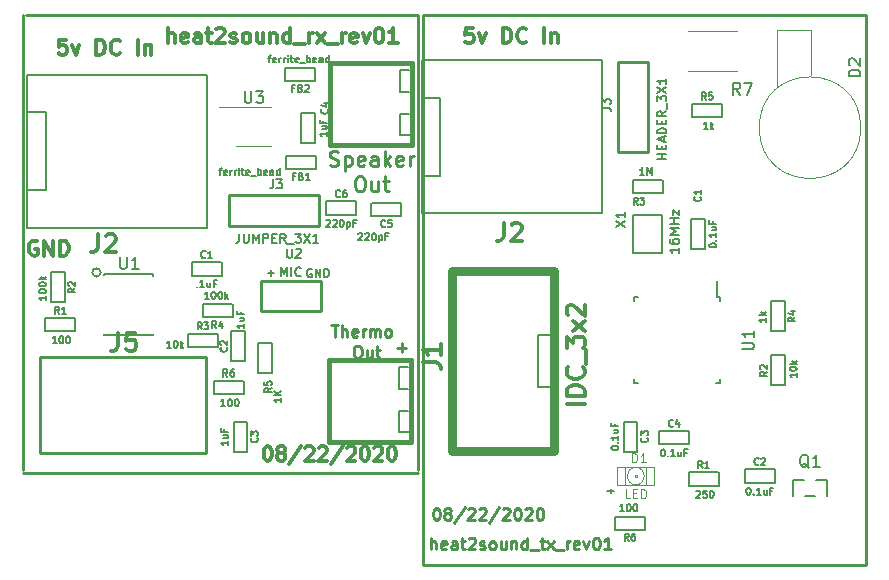
<source format=gto>
G04 #@! TF.GenerationSoftware,KiCad,Pcbnew,5.1.5-52549c5~86~ubuntu18.04.1*
G04 #@! TF.CreationDate,2020-08-27T00:17:12-07:00*
G04 #@! TF.ProjectId,heat2sound_rx_and_tx,68656174-3273-46f7-956e-645f72785f61,rev?*
G04 #@! TF.SameCoordinates,Original*
G04 #@! TF.FileFunction,Legend,Top*
G04 #@! TF.FilePolarity,Positive*
%FSLAX46Y46*%
G04 Gerber Fmt 4.6, Leading zero omitted, Abs format (unit mm)*
G04 Created by KiCad (PCBNEW 5.1.5-52549c5~86~ubuntu18.04.1) date 2020-08-27 00:17:12*
%MOMM*%
%LPD*%
G04 APERTURE LIST*
%ADD10C,0.250000*%
%ADD11C,0.175000*%
%ADD12C,0.254000*%
%ADD13C,0.300000*%
%ADD14C,0.317500*%
%ADD15C,0.304800*%
%ADD16C,0.127000*%
%ADD17C,0.200660*%
%ADD18C,0.150000*%
%ADD19C,0.381000*%
%ADD20C,0.200000*%
%ADD21C,0.120000*%
%ADD22C,0.762000*%
%ADD23C,0.101600*%
%ADD24C,0.066040*%
%ADD25C,0.190500*%
%ADD26C,0.088900*%
G04 APERTURE END LIST*
D10*
X183719047Y-125371428D02*
X184480952Y-125371428D01*
X184100000Y-125752380D02*
X184100000Y-124990476D01*
D11*
X176466666Y-118750000D02*
X176400000Y-118716666D01*
X176300000Y-118716666D01*
X176200000Y-118750000D01*
X176133333Y-118816666D01*
X176100000Y-118883333D01*
X176066666Y-119016666D01*
X176066666Y-119116666D01*
X176100000Y-119250000D01*
X176133333Y-119316666D01*
X176200000Y-119383333D01*
X176300000Y-119416666D01*
X176366666Y-119416666D01*
X176466666Y-119383333D01*
X176500000Y-119350000D01*
X176500000Y-119116666D01*
X176366666Y-119116666D01*
X176800000Y-119416666D02*
X176800000Y-118716666D01*
X177200000Y-119416666D01*
X177200000Y-118716666D01*
X177533333Y-119416666D02*
X177533333Y-118716666D01*
X177700000Y-118716666D01*
X177800000Y-118750000D01*
X177866666Y-118816666D01*
X177900000Y-118883333D01*
X177933333Y-119016666D01*
X177933333Y-119116666D01*
X177900000Y-119250000D01*
X177866666Y-119316666D01*
X177800000Y-119383333D01*
X177700000Y-119416666D01*
X177533333Y-119416666D01*
X172733333Y-119050000D02*
X173266666Y-119050000D01*
X173000000Y-119316666D02*
X173000000Y-118783333D01*
D12*
X152000000Y-135750000D02*
X152000000Y-97250000D01*
X185500000Y-136000000D02*
X152000000Y-136000000D01*
X185500000Y-97250000D02*
X185500000Y-135750000D01*
X152250000Y-97250000D02*
X185500000Y-97250000D01*
D13*
X172685714Y-133742857D02*
X172800000Y-133742857D01*
X172914285Y-133800000D01*
X172971428Y-133857142D01*
X173028571Y-133971428D01*
X173085714Y-134200000D01*
X173085714Y-134485714D01*
X173028571Y-134714285D01*
X172971428Y-134828571D01*
X172914285Y-134885714D01*
X172800000Y-134942857D01*
X172685714Y-134942857D01*
X172571428Y-134885714D01*
X172514285Y-134828571D01*
X172457142Y-134714285D01*
X172400000Y-134485714D01*
X172400000Y-134200000D01*
X172457142Y-133971428D01*
X172514285Y-133857142D01*
X172571428Y-133800000D01*
X172685714Y-133742857D01*
X173771428Y-134257142D02*
X173657142Y-134200000D01*
X173600000Y-134142857D01*
X173542857Y-134028571D01*
X173542857Y-133971428D01*
X173600000Y-133857142D01*
X173657142Y-133800000D01*
X173771428Y-133742857D01*
X174000000Y-133742857D01*
X174114285Y-133800000D01*
X174171428Y-133857142D01*
X174228571Y-133971428D01*
X174228571Y-134028571D01*
X174171428Y-134142857D01*
X174114285Y-134200000D01*
X174000000Y-134257142D01*
X173771428Y-134257142D01*
X173657142Y-134314285D01*
X173600000Y-134371428D01*
X173542857Y-134485714D01*
X173542857Y-134714285D01*
X173600000Y-134828571D01*
X173657142Y-134885714D01*
X173771428Y-134942857D01*
X174000000Y-134942857D01*
X174114285Y-134885714D01*
X174171428Y-134828571D01*
X174228571Y-134714285D01*
X174228571Y-134485714D01*
X174171428Y-134371428D01*
X174114285Y-134314285D01*
X174000000Y-134257142D01*
X175600000Y-133685714D02*
X174571428Y-135228571D01*
X175942857Y-133857142D02*
X176000000Y-133800000D01*
X176114285Y-133742857D01*
X176400000Y-133742857D01*
X176514285Y-133800000D01*
X176571428Y-133857142D01*
X176628571Y-133971428D01*
X176628571Y-134085714D01*
X176571428Y-134257142D01*
X175885714Y-134942857D01*
X176628571Y-134942857D01*
X177085714Y-133857142D02*
X177142857Y-133800000D01*
X177257142Y-133742857D01*
X177542857Y-133742857D01*
X177657142Y-133800000D01*
X177714285Y-133857142D01*
X177771428Y-133971428D01*
X177771428Y-134085714D01*
X177714285Y-134257142D01*
X177028571Y-134942857D01*
X177771428Y-134942857D01*
X179142857Y-133685714D02*
X178114285Y-135228571D01*
X179485714Y-133857142D02*
X179542857Y-133800000D01*
X179657142Y-133742857D01*
X179942857Y-133742857D01*
X180057142Y-133800000D01*
X180114285Y-133857142D01*
X180171428Y-133971428D01*
X180171428Y-134085714D01*
X180114285Y-134257142D01*
X179428571Y-134942857D01*
X180171428Y-134942857D01*
X180914285Y-133742857D02*
X181028571Y-133742857D01*
X181142857Y-133800000D01*
X181200000Y-133857142D01*
X181257142Y-133971428D01*
X181314285Y-134200000D01*
X181314285Y-134485714D01*
X181257142Y-134714285D01*
X181200000Y-134828571D01*
X181142857Y-134885714D01*
X181028571Y-134942857D01*
X180914285Y-134942857D01*
X180800000Y-134885714D01*
X180742857Y-134828571D01*
X180685714Y-134714285D01*
X180628571Y-134485714D01*
X180628571Y-134200000D01*
X180685714Y-133971428D01*
X180742857Y-133857142D01*
X180800000Y-133800000D01*
X180914285Y-133742857D01*
X181771428Y-133857142D02*
X181828571Y-133800000D01*
X181942857Y-133742857D01*
X182228571Y-133742857D01*
X182342857Y-133800000D01*
X182400000Y-133857142D01*
X182457142Y-133971428D01*
X182457142Y-134085714D01*
X182400000Y-134257142D01*
X181714285Y-134942857D01*
X182457142Y-134942857D01*
X183200000Y-133742857D02*
X183314285Y-133742857D01*
X183428571Y-133800000D01*
X183485714Y-133857142D01*
X183542857Y-133971428D01*
X183600000Y-134200000D01*
X183600000Y-134485714D01*
X183542857Y-134714285D01*
X183485714Y-134828571D01*
X183428571Y-134885714D01*
X183314285Y-134942857D01*
X183200000Y-134942857D01*
X183085714Y-134885714D01*
X183028571Y-134828571D01*
X182971428Y-134714285D01*
X182914285Y-134485714D01*
X182914285Y-134200000D01*
X182971428Y-133971428D01*
X183028571Y-133857142D01*
X183085714Y-133800000D01*
X183200000Y-133742857D01*
D10*
X178123809Y-123477380D02*
X178695238Y-123477380D01*
X178409523Y-124477380D02*
X178409523Y-123477380D01*
X179028571Y-124477380D02*
X179028571Y-123477380D01*
X179457142Y-124477380D02*
X179457142Y-123953571D01*
X179409523Y-123858333D01*
X179314285Y-123810714D01*
X179171428Y-123810714D01*
X179076190Y-123858333D01*
X179028571Y-123905952D01*
X180314285Y-124429761D02*
X180219047Y-124477380D01*
X180028571Y-124477380D01*
X179933333Y-124429761D01*
X179885714Y-124334523D01*
X179885714Y-123953571D01*
X179933333Y-123858333D01*
X180028571Y-123810714D01*
X180219047Y-123810714D01*
X180314285Y-123858333D01*
X180361904Y-123953571D01*
X180361904Y-124048809D01*
X179885714Y-124144047D01*
X180790476Y-124477380D02*
X180790476Y-123810714D01*
X180790476Y-124001190D02*
X180838095Y-123905952D01*
X180885714Y-123858333D01*
X180980952Y-123810714D01*
X181076190Y-123810714D01*
X181409523Y-124477380D02*
X181409523Y-123810714D01*
X181409523Y-123905952D02*
X181457142Y-123858333D01*
X181552380Y-123810714D01*
X181695238Y-123810714D01*
X181790476Y-123858333D01*
X181838095Y-123953571D01*
X181838095Y-124477380D01*
X181838095Y-123953571D02*
X181885714Y-123858333D01*
X181980952Y-123810714D01*
X182123809Y-123810714D01*
X182219047Y-123858333D01*
X182266666Y-123953571D01*
X182266666Y-124477380D01*
X182885714Y-124477380D02*
X182790476Y-124429761D01*
X182742857Y-124382142D01*
X182695238Y-124286904D01*
X182695238Y-124001190D01*
X182742857Y-123905952D01*
X182790476Y-123858333D01*
X182885714Y-123810714D01*
X183028571Y-123810714D01*
X183123809Y-123858333D01*
X183171428Y-123905952D01*
X183219047Y-124001190D01*
X183219047Y-124286904D01*
X183171428Y-124382142D01*
X183123809Y-124429761D01*
X183028571Y-124477380D01*
X182885714Y-124477380D01*
X180266666Y-125227380D02*
X180457142Y-125227380D01*
X180552380Y-125275000D01*
X180647619Y-125370238D01*
X180695238Y-125560714D01*
X180695238Y-125894047D01*
X180647619Y-126084523D01*
X180552380Y-126179761D01*
X180457142Y-126227380D01*
X180266666Y-126227380D01*
X180171428Y-126179761D01*
X180076190Y-126084523D01*
X180028571Y-125894047D01*
X180028571Y-125560714D01*
X180076190Y-125370238D01*
X180171428Y-125275000D01*
X180266666Y-125227380D01*
X181552380Y-125560714D02*
X181552380Y-126227380D01*
X181123809Y-125560714D02*
X181123809Y-126084523D01*
X181171428Y-126179761D01*
X181266666Y-126227380D01*
X181409523Y-126227380D01*
X181504761Y-126179761D01*
X181552380Y-126132142D01*
X181885714Y-125560714D02*
X182266666Y-125560714D01*
X182028571Y-125227380D02*
X182028571Y-126084523D01*
X182076190Y-126179761D01*
X182171428Y-126227380D01*
X182266666Y-126227380D01*
X177992380Y-109936547D02*
X178173809Y-109997023D01*
X178476190Y-109997023D01*
X178597142Y-109936547D01*
X178657619Y-109876071D01*
X178718095Y-109755119D01*
X178718095Y-109634166D01*
X178657619Y-109513214D01*
X178597142Y-109452738D01*
X178476190Y-109392261D01*
X178234285Y-109331785D01*
X178113333Y-109271309D01*
X178052857Y-109210833D01*
X177992380Y-109089880D01*
X177992380Y-108968928D01*
X178052857Y-108847976D01*
X178113333Y-108787500D01*
X178234285Y-108727023D01*
X178536666Y-108727023D01*
X178718095Y-108787500D01*
X179262380Y-109150357D02*
X179262380Y-110420357D01*
X179262380Y-109210833D02*
X179383333Y-109150357D01*
X179625238Y-109150357D01*
X179746190Y-109210833D01*
X179806666Y-109271309D01*
X179867142Y-109392261D01*
X179867142Y-109755119D01*
X179806666Y-109876071D01*
X179746190Y-109936547D01*
X179625238Y-109997023D01*
X179383333Y-109997023D01*
X179262380Y-109936547D01*
X180895238Y-109936547D02*
X180774285Y-109997023D01*
X180532380Y-109997023D01*
X180411428Y-109936547D01*
X180350952Y-109815595D01*
X180350952Y-109331785D01*
X180411428Y-109210833D01*
X180532380Y-109150357D01*
X180774285Y-109150357D01*
X180895238Y-109210833D01*
X180955714Y-109331785D01*
X180955714Y-109452738D01*
X180350952Y-109573690D01*
X182044285Y-109997023D02*
X182044285Y-109331785D01*
X181983809Y-109210833D01*
X181862857Y-109150357D01*
X181620952Y-109150357D01*
X181500000Y-109210833D01*
X182044285Y-109936547D02*
X181923333Y-109997023D01*
X181620952Y-109997023D01*
X181500000Y-109936547D01*
X181439523Y-109815595D01*
X181439523Y-109694642D01*
X181500000Y-109573690D01*
X181620952Y-109513214D01*
X181923333Y-109513214D01*
X182044285Y-109452738D01*
X182649047Y-109997023D02*
X182649047Y-108727023D01*
X182770000Y-109513214D02*
X183132857Y-109997023D01*
X183132857Y-109150357D02*
X182649047Y-109634166D01*
X184160952Y-109936547D02*
X184040000Y-109997023D01*
X183798095Y-109997023D01*
X183677142Y-109936547D01*
X183616666Y-109815595D01*
X183616666Y-109331785D01*
X183677142Y-109210833D01*
X183798095Y-109150357D01*
X184040000Y-109150357D01*
X184160952Y-109210833D01*
X184221428Y-109331785D01*
X184221428Y-109452738D01*
X183616666Y-109573690D01*
X184765714Y-109997023D02*
X184765714Y-109150357D01*
X184765714Y-109392261D02*
X184826190Y-109271309D01*
X184886666Y-109210833D01*
X185007619Y-109150357D01*
X185128571Y-109150357D01*
X180441666Y-110882023D02*
X180683571Y-110882023D01*
X180804523Y-110942500D01*
X180925476Y-111063452D01*
X180985952Y-111305357D01*
X180985952Y-111728690D01*
X180925476Y-111970595D01*
X180804523Y-112091547D01*
X180683571Y-112152023D01*
X180441666Y-112152023D01*
X180320714Y-112091547D01*
X180199761Y-111970595D01*
X180139285Y-111728690D01*
X180139285Y-111305357D01*
X180199761Y-111063452D01*
X180320714Y-110942500D01*
X180441666Y-110882023D01*
X182074523Y-111305357D02*
X182074523Y-112152023D01*
X181530238Y-111305357D02*
X181530238Y-111970595D01*
X181590714Y-112091547D01*
X181711666Y-112152023D01*
X181893095Y-112152023D01*
X182014047Y-112091547D01*
X182074523Y-112031071D01*
X182497857Y-111305357D02*
X182981666Y-111305357D01*
X182679285Y-110882023D02*
X182679285Y-111970595D01*
X182739761Y-112091547D01*
X182860714Y-112152023D01*
X182981666Y-112152023D01*
D14*
X164323809Y-99574523D02*
X164323809Y-98304523D01*
X164868095Y-99574523D02*
X164868095Y-98909285D01*
X164807619Y-98788333D01*
X164686666Y-98727857D01*
X164505238Y-98727857D01*
X164384285Y-98788333D01*
X164323809Y-98848809D01*
X165956666Y-99514047D02*
X165835714Y-99574523D01*
X165593809Y-99574523D01*
X165472857Y-99514047D01*
X165412380Y-99393095D01*
X165412380Y-98909285D01*
X165472857Y-98788333D01*
X165593809Y-98727857D01*
X165835714Y-98727857D01*
X165956666Y-98788333D01*
X166017142Y-98909285D01*
X166017142Y-99030238D01*
X165412380Y-99151190D01*
X167105714Y-99574523D02*
X167105714Y-98909285D01*
X167045238Y-98788333D01*
X166924285Y-98727857D01*
X166682380Y-98727857D01*
X166561428Y-98788333D01*
X167105714Y-99514047D02*
X166984761Y-99574523D01*
X166682380Y-99574523D01*
X166561428Y-99514047D01*
X166500952Y-99393095D01*
X166500952Y-99272142D01*
X166561428Y-99151190D01*
X166682380Y-99090714D01*
X166984761Y-99090714D01*
X167105714Y-99030238D01*
X167529047Y-98727857D02*
X168012857Y-98727857D01*
X167710476Y-98304523D02*
X167710476Y-99393095D01*
X167770952Y-99514047D01*
X167891904Y-99574523D01*
X168012857Y-99574523D01*
X168375714Y-98425476D02*
X168436190Y-98365000D01*
X168557142Y-98304523D01*
X168859523Y-98304523D01*
X168980476Y-98365000D01*
X169040952Y-98425476D01*
X169101428Y-98546428D01*
X169101428Y-98667380D01*
X169040952Y-98848809D01*
X168315238Y-99574523D01*
X169101428Y-99574523D01*
X169585238Y-99514047D02*
X169706190Y-99574523D01*
X169948095Y-99574523D01*
X170069047Y-99514047D01*
X170129523Y-99393095D01*
X170129523Y-99332619D01*
X170069047Y-99211666D01*
X169948095Y-99151190D01*
X169766666Y-99151190D01*
X169645714Y-99090714D01*
X169585238Y-98969761D01*
X169585238Y-98909285D01*
X169645714Y-98788333D01*
X169766666Y-98727857D01*
X169948095Y-98727857D01*
X170069047Y-98788333D01*
X170855238Y-99574523D02*
X170734285Y-99514047D01*
X170673809Y-99453571D01*
X170613333Y-99332619D01*
X170613333Y-98969761D01*
X170673809Y-98848809D01*
X170734285Y-98788333D01*
X170855238Y-98727857D01*
X171036666Y-98727857D01*
X171157619Y-98788333D01*
X171218095Y-98848809D01*
X171278571Y-98969761D01*
X171278571Y-99332619D01*
X171218095Y-99453571D01*
X171157619Y-99514047D01*
X171036666Y-99574523D01*
X170855238Y-99574523D01*
X172367142Y-98727857D02*
X172367142Y-99574523D01*
X171822857Y-98727857D02*
X171822857Y-99393095D01*
X171883333Y-99514047D01*
X172004285Y-99574523D01*
X172185714Y-99574523D01*
X172306666Y-99514047D01*
X172367142Y-99453571D01*
X172971904Y-98727857D02*
X172971904Y-99574523D01*
X172971904Y-98848809D02*
X173032380Y-98788333D01*
X173153333Y-98727857D01*
X173334761Y-98727857D01*
X173455714Y-98788333D01*
X173516190Y-98909285D01*
X173516190Y-99574523D01*
X174665238Y-99574523D02*
X174665238Y-98304523D01*
X174665238Y-99514047D02*
X174544285Y-99574523D01*
X174302380Y-99574523D01*
X174181428Y-99514047D01*
X174120952Y-99453571D01*
X174060476Y-99332619D01*
X174060476Y-98969761D01*
X174120952Y-98848809D01*
X174181428Y-98788333D01*
X174302380Y-98727857D01*
X174544285Y-98727857D01*
X174665238Y-98788333D01*
X174967619Y-99695476D02*
X175935238Y-99695476D01*
X176237619Y-99574523D02*
X176237619Y-98727857D01*
X176237619Y-98969761D02*
X176298095Y-98848809D01*
X176358571Y-98788333D01*
X176479523Y-98727857D01*
X176600476Y-98727857D01*
X176902857Y-99574523D02*
X177568095Y-98727857D01*
X176902857Y-98727857D02*
X177568095Y-99574523D01*
X177749523Y-99695476D02*
X178717142Y-99695476D01*
X179019523Y-99574523D02*
X179019523Y-98727857D01*
X179019523Y-98969761D02*
X179080000Y-98848809D01*
X179140476Y-98788333D01*
X179261428Y-98727857D01*
X179382380Y-98727857D01*
X180289523Y-99514047D02*
X180168571Y-99574523D01*
X179926666Y-99574523D01*
X179805714Y-99514047D01*
X179745238Y-99393095D01*
X179745238Y-98909285D01*
X179805714Y-98788333D01*
X179926666Y-98727857D01*
X180168571Y-98727857D01*
X180289523Y-98788333D01*
X180350000Y-98909285D01*
X180350000Y-99030238D01*
X179745238Y-99151190D01*
X180773333Y-98727857D02*
X181075714Y-99574523D01*
X181378095Y-98727857D01*
X182103809Y-98304523D02*
X182224761Y-98304523D01*
X182345714Y-98365000D01*
X182406190Y-98425476D01*
X182466666Y-98546428D01*
X182527142Y-98788333D01*
X182527142Y-99090714D01*
X182466666Y-99332619D01*
X182406190Y-99453571D01*
X182345714Y-99514047D01*
X182224761Y-99574523D01*
X182103809Y-99574523D01*
X181982857Y-99514047D01*
X181922380Y-99453571D01*
X181861904Y-99332619D01*
X181801428Y-99090714D01*
X181801428Y-98788333D01*
X181861904Y-98546428D01*
X181922380Y-98425476D01*
X181982857Y-98365000D01*
X182103809Y-98304523D01*
X183736666Y-99574523D02*
X183010952Y-99574523D01*
X183373809Y-99574523D02*
X183373809Y-98304523D01*
X183252857Y-98485952D01*
X183131904Y-98606904D01*
X183010952Y-98667380D01*
D15*
X153232380Y-116365000D02*
X153111428Y-116304523D01*
X152930000Y-116304523D01*
X152748571Y-116365000D01*
X152627619Y-116485952D01*
X152567142Y-116606904D01*
X152506666Y-116848809D01*
X152506666Y-117030238D01*
X152567142Y-117272142D01*
X152627619Y-117393095D01*
X152748571Y-117514047D01*
X152930000Y-117574523D01*
X153050952Y-117574523D01*
X153232380Y-117514047D01*
X153292857Y-117453571D01*
X153292857Y-117030238D01*
X153050952Y-117030238D01*
X153837142Y-117574523D02*
X153837142Y-116304523D01*
X154562857Y-117574523D01*
X154562857Y-116304523D01*
X155167619Y-117574523D02*
X155167619Y-116304523D01*
X155470000Y-116304523D01*
X155651428Y-116365000D01*
X155772380Y-116485952D01*
X155832857Y-116606904D01*
X155893333Y-116848809D01*
X155893333Y-117030238D01*
X155832857Y-117272142D01*
X155772380Y-117393095D01*
X155651428Y-117514047D01*
X155470000Y-117574523D01*
X155167619Y-117574523D01*
X155704047Y-99304523D02*
X155099285Y-99304523D01*
X155038809Y-99909285D01*
X155099285Y-99848809D01*
X155220238Y-99788333D01*
X155522619Y-99788333D01*
X155643571Y-99848809D01*
X155704047Y-99909285D01*
X155764523Y-100030238D01*
X155764523Y-100332619D01*
X155704047Y-100453571D01*
X155643571Y-100514047D01*
X155522619Y-100574523D01*
X155220238Y-100574523D01*
X155099285Y-100514047D01*
X155038809Y-100453571D01*
X156187857Y-99727857D02*
X156490238Y-100574523D01*
X156792619Y-99727857D01*
X158244047Y-100574523D02*
X158244047Y-99304523D01*
X158546428Y-99304523D01*
X158727857Y-99365000D01*
X158848809Y-99485952D01*
X158909285Y-99606904D01*
X158969761Y-99848809D01*
X158969761Y-100030238D01*
X158909285Y-100272142D01*
X158848809Y-100393095D01*
X158727857Y-100514047D01*
X158546428Y-100574523D01*
X158244047Y-100574523D01*
X160239761Y-100453571D02*
X160179285Y-100514047D01*
X159997857Y-100574523D01*
X159876904Y-100574523D01*
X159695476Y-100514047D01*
X159574523Y-100393095D01*
X159514047Y-100272142D01*
X159453571Y-100030238D01*
X159453571Y-99848809D01*
X159514047Y-99606904D01*
X159574523Y-99485952D01*
X159695476Y-99365000D01*
X159876904Y-99304523D01*
X159997857Y-99304523D01*
X160179285Y-99365000D01*
X160239761Y-99425476D01*
X161751666Y-100574523D02*
X161751666Y-99304523D01*
X162356428Y-99727857D02*
X162356428Y-100574523D01*
X162356428Y-99848809D02*
X162416904Y-99788333D01*
X162537857Y-99727857D01*
X162719285Y-99727857D01*
X162840238Y-99788333D01*
X162900714Y-99909285D01*
X162900714Y-100574523D01*
D12*
X185910000Y-143750000D02*
X185910000Y-97250000D01*
X223410000Y-143750000D02*
X185910000Y-143750000D01*
X223410000Y-97250000D02*
X223410000Y-143750000D01*
X185910000Y-97250000D02*
X223410000Y-97250000D01*
D10*
X186981428Y-138952380D02*
X187076666Y-138952380D01*
X187171904Y-139000000D01*
X187219523Y-139047619D01*
X187267142Y-139142857D01*
X187314761Y-139333333D01*
X187314761Y-139571428D01*
X187267142Y-139761904D01*
X187219523Y-139857142D01*
X187171904Y-139904761D01*
X187076666Y-139952380D01*
X186981428Y-139952380D01*
X186886190Y-139904761D01*
X186838571Y-139857142D01*
X186790952Y-139761904D01*
X186743333Y-139571428D01*
X186743333Y-139333333D01*
X186790952Y-139142857D01*
X186838571Y-139047619D01*
X186886190Y-139000000D01*
X186981428Y-138952380D01*
X187886190Y-139380952D02*
X187790952Y-139333333D01*
X187743333Y-139285714D01*
X187695714Y-139190476D01*
X187695714Y-139142857D01*
X187743333Y-139047619D01*
X187790952Y-139000000D01*
X187886190Y-138952380D01*
X188076666Y-138952380D01*
X188171904Y-139000000D01*
X188219523Y-139047619D01*
X188267142Y-139142857D01*
X188267142Y-139190476D01*
X188219523Y-139285714D01*
X188171904Y-139333333D01*
X188076666Y-139380952D01*
X187886190Y-139380952D01*
X187790952Y-139428571D01*
X187743333Y-139476190D01*
X187695714Y-139571428D01*
X187695714Y-139761904D01*
X187743333Y-139857142D01*
X187790952Y-139904761D01*
X187886190Y-139952380D01*
X188076666Y-139952380D01*
X188171904Y-139904761D01*
X188219523Y-139857142D01*
X188267142Y-139761904D01*
X188267142Y-139571428D01*
X188219523Y-139476190D01*
X188171904Y-139428571D01*
X188076666Y-139380952D01*
X189410000Y-138904761D02*
X188552857Y-140190476D01*
X189695714Y-139047619D02*
X189743333Y-139000000D01*
X189838571Y-138952380D01*
X190076666Y-138952380D01*
X190171904Y-139000000D01*
X190219523Y-139047619D01*
X190267142Y-139142857D01*
X190267142Y-139238095D01*
X190219523Y-139380952D01*
X189648095Y-139952380D01*
X190267142Y-139952380D01*
X190648095Y-139047619D02*
X190695714Y-139000000D01*
X190790952Y-138952380D01*
X191029047Y-138952380D01*
X191124285Y-139000000D01*
X191171904Y-139047619D01*
X191219523Y-139142857D01*
X191219523Y-139238095D01*
X191171904Y-139380952D01*
X190600476Y-139952380D01*
X191219523Y-139952380D01*
X192362380Y-138904761D02*
X191505238Y-140190476D01*
X192648095Y-139047619D02*
X192695714Y-139000000D01*
X192790952Y-138952380D01*
X193029047Y-138952380D01*
X193124285Y-139000000D01*
X193171904Y-139047619D01*
X193219523Y-139142857D01*
X193219523Y-139238095D01*
X193171904Y-139380952D01*
X192600476Y-139952380D01*
X193219523Y-139952380D01*
X193838571Y-138952380D02*
X193933809Y-138952380D01*
X194029047Y-139000000D01*
X194076666Y-139047619D01*
X194124285Y-139142857D01*
X194171904Y-139333333D01*
X194171904Y-139571428D01*
X194124285Y-139761904D01*
X194076666Y-139857142D01*
X194029047Y-139904761D01*
X193933809Y-139952380D01*
X193838571Y-139952380D01*
X193743333Y-139904761D01*
X193695714Y-139857142D01*
X193648095Y-139761904D01*
X193600476Y-139571428D01*
X193600476Y-139333333D01*
X193648095Y-139142857D01*
X193695714Y-139047619D01*
X193743333Y-139000000D01*
X193838571Y-138952380D01*
X194552857Y-139047619D02*
X194600476Y-139000000D01*
X194695714Y-138952380D01*
X194933809Y-138952380D01*
X195029047Y-139000000D01*
X195076666Y-139047619D01*
X195124285Y-139142857D01*
X195124285Y-139238095D01*
X195076666Y-139380952D01*
X194505238Y-139952380D01*
X195124285Y-139952380D01*
X195743333Y-138952380D02*
X195838571Y-138952380D01*
X195933809Y-139000000D01*
X195981428Y-139047619D01*
X196029047Y-139142857D01*
X196076666Y-139333333D01*
X196076666Y-139571428D01*
X196029047Y-139761904D01*
X195981428Y-139857142D01*
X195933809Y-139904761D01*
X195838571Y-139952380D01*
X195743333Y-139952380D01*
X195648095Y-139904761D01*
X195600476Y-139857142D01*
X195552857Y-139761904D01*
X195505238Y-139571428D01*
X195505238Y-139333333D01*
X195552857Y-139142857D01*
X195600476Y-139047619D01*
X195648095Y-139000000D01*
X195743333Y-138952380D01*
X186564761Y-142452380D02*
X186564761Y-141452380D01*
X186993333Y-142452380D02*
X186993333Y-141928571D01*
X186945714Y-141833333D01*
X186850476Y-141785714D01*
X186707619Y-141785714D01*
X186612380Y-141833333D01*
X186564761Y-141880952D01*
X187850476Y-142404761D02*
X187755238Y-142452380D01*
X187564761Y-142452380D01*
X187469523Y-142404761D01*
X187421904Y-142309523D01*
X187421904Y-141928571D01*
X187469523Y-141833333D01*
X187564761Y-141785714D01*
X187755238Y-141785714D01*
X187850476Y-141833333D01*
X187898095Y-141928571D01*
X187898095Y-142023809D01*
X187421904Y-142119047D01*
X188755238Y-142452380D02*
X188755238Y-141928571D01*
X188707619Y-141833333D01*
X188612380Y-141785714D01*
X188421904Y-141785714D01*
X188326666Y-141833333D01*
X188755238Y-142404761D02*
X188660000Y-142452380D01*
X188421904Y-142452380D01*
X188326666Y-142404761D01*
X188279047Y-142309523D01*
X188279047Y-142214285D01*
X188326666Y-142119047D01*
X188421904Y-142071428D01*
X188660000Y-142071428D01*
X188755238Y-142023809D01*
X189088571Y-141785714D02*
X189469523Y-141785714D01*
X189231428Y-141452380D02*
X189231428Y-142309523D01*
X189279047Y-142404761D01*
X189374285Y-142452380D01*
X189469523Y-142452380D01*
X189755238Y-141547619D02*
X189802857Y-141500000D01*
X189898095Y-141452380D01*
X190136190Y-141452380D01*
X190231428Y-141500000D01*
X190279047Y-141547619D01*
X190326666Y-141642857D01*
X190326666Y-141738095D01*
X190279047Y-141880952D01*
X189707619Y-142452380D01*
X190326666Y-142452380D01*
X190707619Y-142404761D02*
X190802857Y-142452380D01*
X190993333Y-142452380D01*
X191088571Y-142404761D01*
X191136190Y-142309523D01*
X191136190Y-142261904D01*
X191088571Y-142166666D01*
X190993333Y-142119047D01*
X190850476Y-142119047D01*
X190755238Y-142071428D01*
X190707619Y-141976190D01*
X190707619Y-141928571D01*
X190755238Y-141833333D01*
X190850476Y-141785714D01*
X190993333Y-141785714D01*
X191088571Y-141833333D01*
X191707619Y-142452380D02*
X191612380Y-142404761D01*
X191564761Y-142357142D01*
X191517142Y-142261904D01*
X191517142Y-141976190D01*
X191564761Y-141880952D01*
X191612380Y-141833333D01*
X191707619Y-141785714D01*
X191850476Y-141785714D01*
X191945714Y-141833333D01*
X191993333Y-141880952D01*
X192040952Y-141976190D01*
X192040952Y-142261904D01*
X191993333Y-142357142D01*
X191945714Y-142404761D01*
X191850476Y-142452380D01*
X191707619Y-142452380D01*
X192898095Y-141785714D02*
X192898095Y-142452380D01*
X192469523Y-141785714D02*
X192469523Y-142309523D01*
X192517142Y-142404761D01*
X192612380Y-142452380D01*
X192755238Y-142452380D01*
X192850476Y-142404761D01*
X192898095Y-142357142D01*
X193374285Y-141785714D02*
X193374285Y-142452380D01*
X193374285Y-141880952D02*
X193421904Y-141833333D01*
X193517142Y-141785714D01*
X193660000Y-141785714D01*
X193755238Y-141833333D01*
X193802857Y-141928571D01*
X193802857Y-142452380D01*
X194707619Y-142452380D02*
X194707619Y-141452380D01*
X194707619Y-142404761D02*
X194612380Y-142452380D01*
X194421904Y-142452380D01*
X194326666Y-142404761D01*
X194279047Y-142357142D01*
X194231428Y-142261904D01*
X194231428Y-141976190D01*
X194279047Y-141880952D01*
X194326666Y-141833333D01*
X194421904Y-141785714D01*
X194612380Y-141785714D01*
X194707619Y-141833333D01*
X194945714Y-142547619D02*
X195707619Y-142547619D01*
X195802857Y-141785714D02*
X196183809Y-141785714D01*
X195945714Y-141452380D02*
X195945714Y-142309523D01*
X195993333Y-142404761D01*
X196088571Y-142452380D01*
X196183809Y-142452380D01*
X196421904Y-142452380D02*
X196945714Y-141785714D01*
X196421904Y-141785714D02*
X196945714Y-142452380D01*
X197088571Y-142547619D02*
X197850476Y-142547619D01*
X198088571Y-142452380D02*
X198088571Y-141785714D01*
X198088571Y-141976190D02*
X198136190Y-141880952D01*
X198183809Y-141833333D01*
X198279047Y-141785714D01*
X198374285Y-141785714D01*
X199088571Y-142404761D02*
X198993333Y-142452380D01*
X198802857Y-142452380D01*
X198707619Y-142404761D01*
X198660000Y-142309523D01*
X198660000Y-141928571D01*
X198707619Y-141833333D01*
X198802857Y-141785714D01*
X198993333Y-141785714D01*
X199088571Y-141833333D01*
X199136190Y-141928571D01*
X199136190Y-142023809D01*
X198660000Y-142119047D01*
X199469523Y-141785714D02*
X199707619Y-142452380D01*
X199945714Y-141785714D01*
X200517142Y-141452380D02*
X200612380Y-141452380D01*
X200707619Y-141500000D01*
X200755238Y-141547619D01*
X200802857Y-141642857D01*
X200850476Y-141833333D01*
X200850476Y-142071428D01*
X200802857Y-142261904D01*
X200755238Y-142357142D01*
X200707619Y-142404761D01*
X200612380Y-142452380D01*
X200517142Y-142452380D01*
X200421904Y-142404761D01*
X200374285Y-142357142D01*
X200326666Y-142261904D01*
X200279047Y-142071428D01*
X200279047Y-141833333D01*
X200326666Y-141642857D01*
X200374285Y-141547619D01*
X200421904Y-141500000D01*
X200517142Y-141452380D01*
X201802857Y-142452380D02*
X201231428Y-142452380D01*
X201517142Y-142452380D02*
X201517142Y-141452380D01*
X201421904Y-141595238D01*
X201326666Y-141690476D01*
X201231428Y-141738095D01*
D15*
X190114047Y-98304523D02*
X189509285Y-98304523D01*
X189448809Y-98909285D01*
X189509285Y-98848809D01*
X189630238Y-98788333D01*
X189932619Y-98788333D01*
X190053571Y-98848809D01*
X190114047Y-98909285D01*
X190174523Y-99030238D01*
X190174523Y-99332619D01*
X190114047Y-99453571D01*
X190053571Y-99514047D01*
X189932619Y-99574523D01*
X189630238Y-99574523D01*
X189509285Y-99514047D01*
X189448809Y-99453571D01*
X190597857Y-98727857D02*
X190900238Y-99574523D01*
X191202619Y-98727857D01*
X192654047Y-99574523D02*
X192654047Y-98304523D01*
X192956428Y-98304523D01*
X193137857Y-98365000D01*
X193258809Y-98485952D01*
X193319285Y-98606904D01*
X193379761Y-98848809D01*
X193379761Y-99030238D01*
X193319285Y-99272142D01*
X193258809Y-99393095D01*
X193137857Y-99514047D01*
X192956428Y-99574523D01*
X192654047Y-99574523D01*
X194649761Y-99453571D02*
X194589285Y-99514047D01*
X194407857Y-99574523D01*
X194286904Y-99574523D01*
X194105476Y-99514047D01*
X193984523Y-99393095D01*
X193924047Y-99272142D01*
X193863571Y-99030238D01*
X193863571Y-98848809D01*
X193924047Y-98606904D01*
X193984523Y-98485952D01*
X194105476Y-98365000D01*
X194286904Y-98304523D01*
X194407857Y-98304523D01*
X194589285Y-98365000D01*
X194649761Y-98425476D01*
X196161666Y-99574523D02*
X196161666Y-98304523D01*
X196766428Y-98727857D02*
X196766428Y-99574523D01*
X196766428Y-98848809D02*
X196826904Y-98788333D01*
X196947857Y-98727857D01*
X197129285Y-98727857D01*
X197250238Y-98788333D01*
X197310714Y-98909285D01*
X197310714Y-99574523D01*
D12*
X177250000Y-119730000D02*
X172250000Y-119730000D01*
X177270000Y-119730000D02*
X177270000Y-122270000D01*
X177250000Y-122285240D02*
X172250000Y-122285240D01*
X172214760Y-122285240D02*
X172214760Y-119724920D01*
X167500000Y-134300000D02*
X167500000Y-126200000D01*
X153500000Y-134334320D02*
X167500000Y-134334320D01*
X153500000Y-126200000D02*
X153500000Y-134300000D01*
X167500000Y-126180920D02*
X153500000Y-126170760D01*
D16*
X166310000Y-119270000D02*
X166310000Y-118130000D01*
X168830000Y-119270000D02*
X166330000Y-119270000D01*
X168850000Y-118130000D02*
X168850000Y-119270000D01*
X166330000Y-118130000D02*
X168830000Y-118130000D01*
X169680000Y-126500000D02*
X169680000Y-124000000D01*
X169680000Y-123980000D02*
X170820000Y-123980000D01*
X170820000Y-124000000D02*
X170820000Y-126500000D01*
X170820000Y-126520000D02*
X169680000Y-126520000D01*
X171000000Y-131668160D02*
X171000000Y-134168160D01*
X171000000Y-134188160D02*
X169860000Y-134188160D01*
X169860000Y-134168160D02*
X169860000Y-131668160D01*
X169860000Y-131648160D02*
X171000000Y-131648160D01*
X176740000Y-108060000D02*
X175600000Y-108060000D01*
X176740000Y-105540000D02*
X176740000Y-108040000D01*
X175600000Y-105520000D02*
X176740000Y-105520000D01*
X175600000Y-108040000D02*
X175600000Y-105540000D01*
X184051840Y-114260000D02*
X181551840Y-114260000D01*
X181531840Y-114260000D02*
X181531840Y-113120000D01*
X181551840Y-113120000D02*
X184051840Y-113120000D01*
X184071840Y-113120000D02*
X184071840Y-114260000D01*
X177700000Y-114130000D02*
X177700000Y-112990000D01*
X180220000Y-114130000D02*
X177720000Y-114130000D01*
X180240000Y-112990000D02*
X180240000Y-114130000D01*
X177720000Y-112990000D02*
X180220000Y-112990000D01*
X174311840Y-109130000D02*
X176811840Y-109130000D01*
X176811840Y-110270000D02*
X174311840Y-110270000D01*
X174291840Y-110270000D02*
X174291840Y-109130000D01*
X176831840Y-110270000D02*
X176831840Y-109130000D01*
X176771840Y-102820000D02*
X176771840Y-101680000D01*
X174231840Y-102820000D02*
X174231840Y-101680000D01*
X176751840Y-102820000D02*
X174251840Y-102820000D01*
X174251840Y-101680000D02*
X176751840Y-101680000D01*
X152400000Y-112050000D02*
X153950000Y-112050000D01*
X153950000Y-112050000D02*
X153950000Y-105450000D01*
X153950000Y-105450000D02*
X152425000Y-105450000D01*
D17*
X167599680Y-115252400D02*
X152400320Y-115252400D01*
X152400320Y-115252400D02*
X152400320Y-102247600D01*
X152400320Y-102247600D02*
X167599680Y-102247600D01*
X167599680Y-102247600D02*
X167599680Y-115252400D01*
D12*
X177060000Y-112480000D02*
X169440000Y-112480000D01*
X177060000Y-112480000D02*
X177060000Y-115020000D01*
X177060000Y-115035240D02*
X169440000Y-115035240D01*
X169440000Y-115035240D02*
X169440000Y-112474920D01*
D18*
X183850000Y-132550000D02*
X184675000Y-132550000D01*
X183850000Y-130725000D02*
X183850000Y-132550000D01*
X184650000Y-130725000D02*
X183850000Y-130725000D01*
X184625000Y-127050000D02*
X183825000Y-127050000D01*
X183825000Y-127050000D02*
X183825000Y-128875000D01*
X183825000Y-128875000D02*
X184650000Y-128875000D01*
D19*
X184850000Y-126399880D02*
X177950000Y-126399880D01*
X177950000Y-126399880D02*
X177950000Y-133400120D01*
X177950000Y-133400120D02*
X184850000Y-133400120D01*
X184850000Y-133400120D02*
X184850000Y-126399880D01*
D18*
X183950000Y-107400000D02*
X184775000Y-107400000D01*
X183950000Y-105575000D02*
X183950000Y-107400000D01*
X184750000Y-105575000D02*
X183950000Y-105575000D01*
X184725000Y-101900000D02*
X183925000Y-101900000D01*
X183925000Y-101900000D02*
X183925000Y-103725000D01*
X183925000Y-103725000D02*
X184750000Y-103725000D01*
D19*
X184950000Y-101249880D02*
X178050000Y-101249880D01*
X178050000Y-101249880D02*
X178050000Y-108250120D01*
X178050000Y-108250120D02*
X184950000Y-108250120D01*
X184950000Y-108250120D02*
X184950000Y-101249880D01*
D16*
X153900000Y-122860000D02*
X153900000Y-124000000D01*
X156440000Y-122860000D02*
X156440000Y-124000000D01*
X153920000Y-122860000D02*
X156420000Y-122860000D01*
X156420000Y-124000000D02*
X153920000Y-124000000D01*
X155570000Y-118980000D02*
X154430000Y-118980000D01*
X155570000Y-121520000D02*
X154430000Y-121520000D01*
X155570000Y-119000000D02*
X155570000Y-121500000D01*
X154430000Y-121500000D02*
X154430000Y-119000000D01*
X165980000Y-124180000D02*
X165980000Y-125320000D01*
X168520000Y-124180000D02*
X168520000Y-125320000D01*
X166000000Y-124180000D02*
X168500000Y-124180000D01*
X168500000Y-125320000D02*
X166000000Y-125320000D01*
X167251840Y-121680000D02*
X169751840Y-121680000D01*
X169751840Y-122820000D02*
X167251840Y-122820000D01*
X167231840Y-122820000D02*
X167231840Y-121680000D01*
X169771840Y-122820000D02*
X169771840Y-121680000D01*
X173070000Y-124998160D02*
X173070000Y-127498160D01*
X171930000Y-127498160D02*
X171930000Y-124998160D01*
X171930000Y-124978160D02*
X173070000Y-124978160D01*
X171930000Y-127518160D02*
X173070000Y-127518160D01*
X170691840Y-129320000D02*
X168191840Y-129320000D01*
X168191840Y-128180000D02*
X170691840Y-128180000D01*
X170711840Y-128180000D02*
X170711840Y-129320000D01*
X168171840Y-128180000D02*
X168171840Y-129320000D01*
D20*
X158603553Y-119000000D02*
G75*
G03X158603553Y-119000000I-353553J0D01*
G01*
D18*
X158925000Y-119175000D02*
X158925000Y-119225000D01*
X163075000Y-119175000D02*
X163075000Y-119320000D01*
X163075000Y-124325000D02*
X163075000Y-124180000D01*
X158925000Y-124325000D02*
X158925000Y-124180000D01*
X158925000Y-119175000D02*
X163075000Y-119175000D01*
X158925000Y-124325000D02*
X163075000Y-124325000D01*
D21*
X171560000Y-108260000D02*
X173060000Y-108260000D01*
X171560000Y-108260000D02*
X170060000Y-108260000D01*
X171560000Y-105040000D02*
X173060000Y-105040000D01*
X171560000Y-105040000D02*
X168635000Y-105040000D01*
D18*
X210810000Y-121125000D02*
X210810000Y-119700000D01*
X211035000Y-128375000D02*
X211035000Y-128050000D01*
X203785000Y-128375000D02*
X203785000Y-128050000D01*
X203785000Y-121125000D02*
X203785000Y-121450000D01*
X211035000Y-121125000D02*
X211035000Y-121450000D01*
X203785000Y-121125000D02*
X204110000Y-121125000D01*
X203785000Y-128375000D02*
X204110000Y-128375000D01*
X211035000Y-128375000D02*
X210710000Y-128375000D01*
X211035000Y-121125000D02*
X210810000Y-121125000D01*
X206160000Y-117350000D02*
X203660000Y-117350000D01*
X206160000Y-114150000D02*
X206160000Y-117350000D01*
X203660000Y-114150000D02*
X206160000Y-114150000D01*
X203660000Y-117350000D02*
X203660000Y-114150000D01*
D21*
X208357936Y-101960000D02*
X212462064Y-101960000D01*
X208357936Y-98540000D02*
X212462064Y-98540000D01*
D16*
X202160000Y-139680000D02*
X204660000Y-139680000D01*
X204660000Y-140820000D02*
X202160000Y-140820000D01*
X202140000Y-140820000D02*
X202140000Y-139680000D01*
X204680000Y-140820000D02*
X204680000Y-139680000D01*
X211210000Y-105870000D02*
X208710000Y-105870000D01*
X208710000Y-104730000D02*
X211210000Y-104730000D01*
X211230000Y-104730000D02*
X211230000Y-105870000D01*
X208690000Y-104730000D02*
X208690000Y-105870000D01*
X215390000Y-123950000D02*
X215390000Y-121450000D01*
X216530000Y-121450000D02*
X216530000Y-123950000D01*
X216530000Y-123970000D02*
X215390000Y-123970000D01*
X216530000Y-121430000D02*
X215390000Y-121430000D01*
X203660000Y-111180000D02*
X206160000Y-111180000D01*
X206160000Y-112320000D02*
X203660000Y-112320000D01*
X203640000Y-112320000D02*
X203640000Y-111180000D01*
X206180000Y-112320000D02*
X206180000Y-111180000D01*
X216530000Y-126050000D02*
X216530000Y-128550000D01*
X215390000Y-128550000D02*
X215390000Y-126050000D01*
X215390000Y-126030000D02*
X216530000Y-126030000D01*
X215390000Y-128570000D02*
X216530000Y-128570000D01*
X210910000Y-137070000D02*
X208410000Y-137070000D01*
X208410000Y-135930000D02*
X210910000Y-135930000D01*
X210930000Y-135930000D02*
X210930000Y-137070000D01*
X208390000Y-135930000D02*
X208390000Y-137070000D01*
D18*
X220110000Y-136600000D02*
X220110000Y-137900000D01*
X217210000Y-136600000D02*
X218160000Y-136600000D01*
X217210000Y-137900000D02*
X217210000Y-136600000D01*
X219160000Y-136600000D02*
X220110000Y-136600000D01*
X218260000Y-137900000D02*
X219060000Y-137900000D01*
D12*
X204945240Y-108810000D02*
X202384920Y-108810000D01*
X204945240Y-101190000D02*
X204945240Y-108810000D01*
X202390000Y-101190000D02*
X204930000Y-101190000D01*
X202390000Y-101190000D02*
X202390000Y-108810000D01*
D17*
X201009680Y-100997600D02*
X201009680Y-114002400D01*
X185810320Y-100997600D02*
X201009680Y-100997600D01*
X185810320Y-114002400D02*
X185810320Y-100997600D01*
X201009680Y-114002400D02*
X185810320Y-114002400D01*
D16*
X187360000Y-104200000D02*
X185835000Y-104200000D01*
X187360000Y-110800000D02*
X187360000Y-104200000D01*
X185810000Y-110800000D02*
X187360000Y-110800000D01*
D22*
X188360000Y-134120000D02*
X188360000Y-118880000D01*
X196960000Y-134120000D02*
X188360000Y-134120000D01*
X196960000Y-118880000D02*
X196960000Y-134120000D01*
X188360000Y-118880000D02*
X196960000Y-118880000D01*
D18*
X195660000Y-124300000D02*
X196660000Y-124300000D01*
X195660000Y-128700000D02*
X195660000Y-124300000D01*
X196660000Y-128700000D02*
X195660000Y-128700000D01*
D21*
X222960000Y-106750000D02*
G75*
G03X222960000Y-106750000I-4300000J0D01*
G01*
X218787000Y-102305000D02*
X218787000Y-98495000D01*
X218787000Y-98495000D02*
X215866000Y-98495000D01*
X215866000Y-98495000D02*
X215866000Y-103321000D01*
D23*
X204458133Y-136748398D02*
G75*
G03X204458640Y-135752160I-548133J498398D01*
G01*
X204457262Y-135750646D02*
G75*
G03X203361360Y-135752160I-547262J-499354D01*
G01*
X203361867Y-135751602D02*
G75*
G03X203361360Y-136747840I548133J-498398D01*
G01*
X203362738Y-136749354D02*
G75*
G03X204458640Y-136747840I547262J499354D01*
G01*
X205459400Y-135500700D02*
X205459400Y-136999300D01*
X202360600Y-135500700D02*
X205459400Y-135500700D01*
X202360600Y-136999300D02*
X202360600Y-135500700D01*
X205459400Y-136999300D02*
X202360600Y-136999300D01*
D24*
X203010840Y-135701360D02*
X203010840Y-135551500D01*
X203010840Y-136948500D02*
X203010840Y-135752160D01*
X204809160Y-135701360D02*
X204809160Y-135551500D01*
X204809160Y-136948500D02*
X204809160Y-135752160D01*
X203810940Y-136349060D02*
X203810940Y-136150940D01*
X203810940Y-136150940D02*
X204009060Y-136150940D01*
X204009060Y-136349060D02*
X204009060Y-136150940D01*
X203810940Y-136349060D02*
X204009060Y-136349060D01*
D18*
X201790000Y-137310000D02*
X201790000Y-137710000D01*
X202060000Y-137500000D02*
X201510000Y-137500000D01*
D16*
X205890000Y-133570000D02*
X205890000Y-132430000D01*
X208410000Y-133570000D02*
X205910000Y-133570000D01*
X208430000Y-132430000D02*
X208430000Y-133570000D01*
X205910000Y-132430000D02*
X208410000Y-132430000D01*
X202890000Y-131630000D02*
X204030000Y-131630000D01*
X202890000Y-134150000D02*
X202890000Y-131650000D01*
X204030000Y-134170000D02*
X202890000Y-134170000D01*
X204030000Y-131650000D02*
X204030000Y-134150000D01*
X213140000Y-136820000D02*
X213140000Y-135680000D01*
X215660000Y-136820000D02*
X213160000Y-136820000D01*
X215680000Y-135680000D02*
X215680000Y-136820000D01*
X213160000Y-135680000D02*
X215660000Y-135680000D01*
X209730000Y-117020000D02*
X208590000Y-117020000D01*
X209730000Y-114500000D02*
X209730000Y-117000000D01*
X208590000Y-114480000D02*
X209730000Y-114480000D01*
X208590000Y-117000000D02*
X208590000Y-114500000D01*
D25*
X174369428Y-116985714D02*
X174369428Y-117602571D01*
X174405714Y-117675142D01*
X174442000Y-117711428D01*
X174514571Y-117747714D01*
X174659714Y-117747714D01*
X174732285Y-117711428D01*
X174768571Y-117675142D01*
X174804857Y-117602571D01*
X174804857Y-116985714D01*
X175131428Y-117058285D02*
X175167714Y-117022000D01*
X175240285Y-116985714D01*
X175421714Y-116985714D01*
X175494285Y-117022000D01*
X175530571Y-117058285D01*
X175566857Y-117130857D01*
X175566857Y-117203428D01*
X175530571Y-117312285D01*
X175095142Y-117747714D01*
X175566857Y-117747714D01*
X173883571Y-119344714D02*
X173883571Y-118582714D01*
X174137571Y-119127000D01*
X174391571Y-118582714D01*
X174391571Y-119344714D01*
X174754428Y-119344714D02*
X174754428Y-118582714D01*
X175552714Y-119272142D02*
X175516428Y-119308428D01*
X175407571Y-119344714D01*
X175335000Y-119344714D01*
X175226142Y-119308428D01*
X175153571Y-119235857D01*
X175117285Y-119163285D01*
X175081000Y-119018142D01*
X175081000Y-118909285D01*
X175117285Y-118764142D01*
X175153571Y-118691571D01*
X175226142Y-118619000D01*
X175335000Y-118582714D01*
X175407571Y-118582714D01*
X175516428Y-118619000D01*
X175552714Y-118655285D01*
D15*
X160093600Y-124106828D02*
X160093600Y-125195400D01*
X160021028Y-125413114D01*
X159875885Y-125558257D01*
X159658171Y-125630828D01*
X159513028Y-125630828D01*
X161545028Y-124106828D02*
X160819314Y-124106828D01*
X160746742Y-124832542D01*
X160819314Y-124759971D01*
X160964457Y-124687400D01*
X161327314Y-124687400D01*
X161472457Y-124759971D01*
X161545028Y-124832542D01*
X161617600Y-124977685D01*
X161617600Y-125340542D01*
X161545028Y-125485685D01*
X161472457Y-125558257D01*
X161327314Y-125630828D01*
X160964457Y-125630828D01*
X160819314Y-125558257D01*
X160746742Y-125485685D01*
D18*
X167480000Y-117714285D02*
X167451428Y-117742857D01*
X167365714Y-117771428D01*
X167308571Y-117771428D01*
X167222857Y-117742857D01*
X167165714Y-117685714D01*
X167137142Y-117628571D01*
X167108571Y-117514285D01*
X167108571Y-117428571D01*
X167137142Y-117314285D01*
X167165714Y-117257142D01*
X167222857Y-117200000D01*
X167308571Y-117171428D01*
X167365714Y-117171428D01*
X167451428Y-117200000D01*
X167480000Y-117228571D01*
X168051428Y-117771428D02*
X167708571Y-117771428D01*
X167880000Y-117771428D02*
X167880000Y-117171428D01*
X167822857Y-117257142D01*
X167765714Y-117314285D01*
X167708571Y-117342857D01*
X166765714Y-120214285D02*
X166794285Y-120242857D01*
X166765714Y-120271428D01*
X166737142Y-120242857D01*
X166765714Y-120214285D01*
X166765714Y-120271428D01*
X167365714Y-120271428D02*
X167022857Y-120271428D01*
X167194285Y-120271428D02*
X167194285Y-119671428D01*
X167137142Y-119757142D01*
X167080000Y-119814285D01*
X167022857Y-119842857D01*
X167880000Y-119871428D02*
X167880000Y-120271428D01*
X167622857Y-119871428D02*
X167622857Y-120185714D01*
X167651428Y-120242857D01*
X167708571Y-120271428D01*
X167794285Y-120271428D01*
X167851428Y-120242857D01*
X167880000Y-120214285D01*
X168365714Y-119957142D02*
X168165714Y-119957142D01*
X168165714Y-120271428D02*
X168165714Y-119671428D01*
X168451428Y-119671428D01*
X169264285Y-125350000D02*
X169292857Y-125378571D01*
X169321428Y-125464285D01*
X169321428Y-125521428D01*
X169292857Y-125607142D01*
X169235714Y-125664285D01*
X169178571Y-125692857D01*
X169064285Y-125721428D01*
X168978571Y-125721428D01*
X168864285Y-125692857D01*
X168807142Y-125664285D01*
X168750000Y-125607142D01*
X168721428Y-125521428D01*
X168721428Y-125464285D01*
X168750000Y-125378571D01*
X168778571Y-125350000D01*
X168778571Y-125121428D02*
X168750000Y-125092857D01*
X168721428Y-125035714D01*
X168721428Y-124892857D01*
X168750000Y-124835714D01*
X168778571Y-124807142D01*
X168835714Y-124778571D01*
X168892857Y-124778571D01*
X168978571Y-124807142D01*
X169321428Y-125150000D01*
X169321428Y-124778571D01*
X170771428Y-123357142D02*
X170771428Y-123700000D01*
X170771428Y-123528571D02*
X170171428Y-123528571D01*
X170257142Y-123585714D01*
X170314285Y-123642857D01*
X170342857Y-123700000D01*
X170371428Y-122842857D02*
X170771428Y-122842857D01*
X170371428Y-123100000D02*
X170685714Y-123100000D01*
X170742857Y-123071428D01*
X170771428Y-123014285D01*
X170771428Y-122928571D01*
X170742857Y-122871428D01*
X170714285Y-122842857D01*
X170457142Y-122357142D02*
X170457142Y-122557142D01*
X170771428Y-122557142D02*
X170171428Y-122557142D01*
X170171428Y-122271428D01*
X171844285Y-133018160D02*
X171872857Y-133046731D01*
X171901428Y-133132445D01*
X171901428Y-133189588D01*
X171872857Y-133275302D01*
X171815714Y-133332445D01*
X171758571Y-133361017D01*
X171644285Y-133389588D01*
X171558571Y-133389588D01*
X171444285Y-133361017D01*
X171387142Y-133332445D01*
X171330000Y-133275302D01*
X171301428Y-133189588D01*
X171301428Y-133132445D01*
X171330000Y-133046731D01*
X171358571Y-133018160D01*
X171301428Y-132818160D02*
X171301428Y-132446731D01*
X171530000Y-132646731D01*
X171530000Y-132561017D01*
X171558571Y-132503874D01*
X171587142Y-132475302D01*
X171644285Y-132446731D01*
X171787142Y-132446731D01*
X171844285Y-132475302D01*
X171872857Y-132503874D01*
X171901428Y-132561017D01*
X171901428Y-132732445D01*
X171872857Y-132789588D01*
X171844285Y-132818160D01*
X169401428Y-133275302D02*
X169401428Y-133618160D01*
X169401428Y-133446731D02*
X168801428Y-133446731D01*
X168887142Y-133503874D01*
X168944285Y-133561017D01*
X168972857Y-133618160D01*
X169001428Y-132761017D02*
X169401428Y-132761017D01*
X169001428Y-133018160D02*
X169315714Y-133018160D01*
X169372857Y-132989588D01*
X169401428Y-132932445D01*
X169401428Y-132846731D01*
X169372857Y-132789588D01*
X169344285Y-132761017D01*
X169087142Y-132275302D02*
X169087142Y-132475302D01*
X169401428Y-132475302D02*
X168801428Y-132475302D01*
X168801428Y-132189588D01*
X177814285Y-105200000D02*
X177842857Y-105228571D01*
X177871428Y-105314285D01*
X177871428Y-105371428D01*
X177842857Y-105457142D01*
X177785714Y-105514285D01*
X177728571Y-105542857D01*
X177614285Y-105571428D01*
X177528571Y-105571428D01*
X177414285Y-105542857D01*
X177357142Y-105514285D01*
X177300000Y-105457142D01*
X177271428Y-105371428D01*
X177271428Y-105314285D01*
X177300000Y-105228571D01*
X177328571Y-105200000D01*
X177471428Y-104685714D02*
X177871428Y-104685714D01*
X177242857Y-104828571D02*
X177671428Y-104971428D01*
X177671428Y-104600000D01*
X177741428Y-107147142D02*
X177741428Y-107490000D01*
X177741428Y-107318571D02*
X177141428Y-107318571D01*
X177227142Y-107375714D01*
X177284285Y-107432857D01*
X177312857Y-107490000D01*
X177341428Y-106632857D02*
X177741428Y-106632857D01*
X177341428Y-106890000D02*
X177655714Y-106890000D01*
X177712857Y-106861428D01*
X177741428Y-106804285D01*
X177741428Y-106718571D01*
X177712857Y-106661428D01*
X177684285Y-106632857D01*
X177427142Y-106147142D02*
X177427142Y-106347142D01*
X177741428Y-106347142D02*
X177141428Y-106347142D01*
X177141428Y-106061428D01*
X182701840Y-115104285D02*
X182673268Y-115132857D01*
X182587554Y-115161428D01*
X182530411Y-115161428D01*
X182444697Y-115132857D01*
X182387554Y-115075714D01*
X182358982Y-115018571D01*
X182330411Y-114904285D01*
X182330411Y-114818571D01*
X182358982Y-114704285D01*
X182387554Y-114647142D01*
X182444697Y-114590000D01*
X182530411Y-114561428D01*
X182587554Y-114561428D01*
X182673268Y-114590000D01*
X182701840Y-114618571D01*
X183244697Y-114561428D02*
X182958982Y-114561428D01*
X182930411Y-114847142D01*
X182958982Y-114818571D01*
X183016125Y-114790000D01*
X183158982Y-114790000D01*
X183216125Y-114818571D01*
X183244697Y-114847142D01*
X183273268Y-114904285D01*
X183273268Y-115047142D01*
X183244697Y-115104285D01*
X183216125Y-115132857D01*
X183158982Y-115161428D01*
X183016125Y-115161428D01*
X182958982Y-115132857D01*
X182930411Y-115104285D01*
X180428571Y-115728571D02*
X180457142Y-115700000D01*
X180514285Y-115671428D01*
X180657142Y-115671428D01*
X180714285Y-115700000D01*
X180742857Y-115728571D01*
X180771428Y-115785714D01*
X180771428Y-115842857D01*
X180742857Y-115928571D01*
X180400000Y-116271428D01*
X180771428Y-116271428D01*
X181000000Y-115728571D02*
X181028571Y-115700000D01*
X181085714Y-115671428D01*
X181228571Y-115671428D01*
X181285714Y-115700000D01*
X181314285Y-115728571D01*
X181342857Y-115785714D01*
X181342857Y-115842857D01*
X181314285Y-115928571D01*
X180971428Y-116271428D01*
X181342857Y-116271428D01*
X181714285Y-115671428D02*
X181771428Y-115671428D01*
X181828571Y-115700000D01*
X181857142Y-115728571D01*
X181885714Y-115785714D01*
X181914285Y-115900000D01*
X181914285Y-116042857D01*
X181885714Y-116157142D01*
X181857142Y-116214285D01*
X181828571Y-116242857D01*
X181771428Y-116271428D01*
X181714285Y-116271428D01*
X181657142Y-116242857D01*
X181628571Y-116214285D01*
X181600000Y-116157142D01*
X181571428Y-116042857D01*
X181571428Y-115900000D01*
X181600000Y-115785714D01*
X181628571Y-115728571D01*
X181657142Y-115700000D01*
X181714285Y-115671428D01*
X182171428Y-115871428D02*
X182171428Y-116471428D01*
X182171428Y-115900000D02*
X182228571Y-115871428D01*
X182342857Y-115871428D01*
X182400000Y-115900000D01*
X182428571Y-115928571D01*
X182457142Y-115985714D01*
X182457142Y-116157142D01*
X182428571Y-116214285D01*
X182400000Y-116242857D01*
X182342857Y-116271428D01*
X182228571Y-116271428D01*
X182171428Y-116242857D01*
X182914285Y-115957142D02*
X182714285Y-115957142D01*
X182714285Y-116271428D02*
X182714285Y-115671428D01*
X183000000Y-115671428D01*
X178870000Y-112574285D02*
X178841428Y-112602857D01*
X178755714Y-112631428D01*
X178698571Y-112631428D01*
X178612857Y-112602857D01*
X178555714Y-112545714D01*
X178527142Y-112488571D01*
X178498571Y-112374285D01*
X178498571Y-112288571D01*
X178527142Y-112174285D01*
X178555714Y-112117142D01*
X178612857Y-112060000D01*
X178698571Y-112031428D01*
X178755714Y-112031428D01*
X178841428Y-112060000D01*
X178870000Y-112088571D01*
X179384285Y-112031428D02*
X179270000Y-112031428D01*
X179212857Y-112060000D01*
X179184285Y-112088571D01*
X179127142Y-112174285D01*
X179098571Y-112288571D01*
X179098571Y-112517142D01*
X179127142Y-112574285D01*
X179155714Y-112602857D01*
X179212857Y-112631428D01*
X179327142Y-112631428D01*
X179384285Y-112602857D01*
X179412857Y-112574285D01*
X179441428Y-112517142D01*
X179441428Y-112374285D01*
X179412857Y-112317142D01*
X179384285Y-112288571D01*
X179327142Y-112260000D01*
X179212857Y-112260000D01*
X179155714Y-112288571D01*
X179127142Y-112317142D01*
X179098571Y-112374285D01*
X177698571Y-114588571D02*
X177727142Y-114560000D01*
X177784285Y-114531428D01*
X177927142Y-114531428D01*
X177984285Y-114560000D01*
X178012857Y-114588571D01*
X178041428Y-114645714D01*
X178041428Y-114702857D01*
X178012857Y-114788571D01*
X177670000Y-115131428D01*
X178041428Y-115131428D01*
X178270000Y-114588571D02*
X178298571Y-114560000D01*
X178355714Y-114531428D01*
X178498571Y-114531428D01*
X178555714Y-114560000D01*
X178584285Y-114588571D01*
X178612857Y-114645714D01*
X178612857Y-114702857D01*
X178584285Y-114788571D01*
X178241428Y-115131428D01*
X178612857Y-115131428D01*
X178984285Y-114531428D02*
X179041428Y-114531428D01*
X179098571Y-114560000D01*
X179127142Y-114588571D01*
X179155714Y-114645714D01*
X179184285Y-114760000D01*
X179184285Y-114902857D01*
X179155714Y-115017142D01*
X179127142Y-115074285D01*
X179098571Y-115102857D01*
X179041428Y-115131428D01*
X178984285Y-115131428D01*
X178927142Y-115102857D01*
X178898571Y-115074285D01*
X178870000Y-115017142D01*
X178841428Y-114902857D01*
X178841428Y-114760000D01*
X178870000Y-114645714D01*
X178898571Y-114588571D01*
X178927142Y-114560000D01*
X178984285Y-114531428D01*
X179441428Y-114731428D02*
X179441428Y-115331428D01*
X179441428Y-114760000D02*
X179498571Y-114731428D01*
X179612857Y-114731428D01*
X179670000Y-114760000D01*
X179698571Y-114788571D01*
X179727142Y-114845714D01*
X179727142Y-115017142D01*
X179698571Y-115074285D01*
X179670000Y-115102857D01*
X179612857Y-115131428D01*
X179498571Y-115131428D01*
X179441428Y-115102857D01*
X180184285Y-114817142D02*
X179984285Y-114817142D01*
X179984285Y-115131428D02*
X179984285Y-114531428D01*
X180270000Y-114531428D01*
X175061840Y-110857142D02*
X174861840Y-110857142D01*
X174861840Y-111171428D02*
X174861840Y-110571428D01*
X175147554Y-110571428D01*
X175576125Y-110857142D02*
X175661840Y-110885714D01*
X175690411Y-110914285D01*
X175718982Y-110971428D01*
X175718982Y-111057142D01*
X175690411Y-111114285D01*
X175661840Y-111142857D01*
X175604697Y-111171428D01*
X175376125Y-111171428D01*
X175376125Y-110571428D01*
X175576125Y-110571428D01*
X175633268Y-110600000D01*
X175661840Y-110628571D01*
X175690411Y-110685714D01*
X175690411Y-110742857D01*
X175661840Y-110800000D01*
X175633268Y-110828571D01*
X175576125Y-110857142D01*
X175376125Y-110857142D01*
X176290411Y-111171428D02*
X175947554Y-111171428D01*
X176118982Y-111171428D02*
X176118982Y-110571428D01*
X176061840Y-110657142D01*
X176004697Y-110714285D01*
X175947554Y-110742857D01*
X168635714Y-110371428D02*
X168864285Y-110371428D01*
X168721428Y-110771428D02*
X168721428Y-110257142D01*
X168750000Y-110200000D01*
X168807142Y-110171428D01*
X168864285Y-110171428D01*
X169292857Y-110742857D02*
X169235714Y-110771428D01*
X169121428Y-110771428D01*
X169064285Y-110742857D01*
X169035714Y-110685714D01*
X169035714Y-110457142D01*
X169064285Y-110400000D01*
X169121428Y-110371428D01*
X169235714Y-110371428D01*
X169292857Y-110400000D01*
X169321428Y-110457142D01*
X169321428Y-110514285D01*
X169035714Y-110571428D01*
X169578571Y-110771428D02*
X169578571Y-110371428D01*
X169578571Y-110485714D02*
X169607142Y-110428571D01*
X169635714Y-110400000D01*
X169692857Y-110371428D01*
X169750000Y-110371428D01*
X169950000Y-110771428D02*
X169950000Y-110371428D01*
X169950000Y-110485714D02*
X169978571Y-110428571D01*
X170007142Y-110400000D01*
X170064285Y-110371428D01*
X170121428Y-110371428D01*
X170321428Y-110771428D02*
X170321428Y-110371428D01*
X170321428Y-110171428D02*
X170292857Y-110200000D01*
X170321428Y-110228571D01*
X170350000Y-110200000D01*
X170321428Y-110171428D01*
X170321428Y-110228571D01*
X170521428Y-110371428D02*
X170750000Y-110371428D01*
X170607142Y-110171428D02*
X170607142Y-110685714D01*
X170635714Y-110742857D01*
X170692857Y-110771428D01*
X170750000Y-110771428D01*
X171178571Y-110742857D02*
X171121428Y-110771428D01*
X171007142Y-110771428D01*
X170950000Y-110742857D01*
X170921428Y-110685714D01*
X170921428Y-110457142D01*
X170950000Y-110400000D01*
X171007142Y-110371428D01*
X171121428Y-110371428D01*
X171178571Y-110400000D01*
X171207142Y-110457142D01*
X171207142Y-110514285D01*
X170921428Y-110571428D01*
X171321428Y-110828571D02*
X171778571Y-110828571D01*
X171921428Y-110771428D02*
X171921428Y-110171428D01*
X171921428Y-110400000D02*
X171978571Y-110371428D01*
X172092857Y-110371428D01*
X172150000Y-110400000D01*
X172178571Y-110428571D01*
X172207142Y-110485714D01*
X172207142Y-110657142D01*
X172178571Y-110714285D01*
X172150000Y-110742857D01*
X172092857Y-110771428D01*
X171978571Y-110771428D01*
X171921428Y-110742857D01*
X172692857Y-110742857D02*
X172635714Y-110771428D01*
X172521428Y-110771428D01*
X172464285Y-110742857D01*
X172435714Y-110685714D01*
X172435714Y-110457142D01*
X172464285Y-110400000D01*
X172521428Y-110371428D01*
X172635714Y-110371428D01*
X172692857Y-110400000D01*
X172721428Y-110457142D01*
X172721428Y-110514285D01*
X172435714Y-110571428D01*
X173235714Y-110771428D02*
X173235714Y-110457142D01*
X173207142Y-110400000D01*
X173150000Y-110371428D01*
X173035714Y-110371428D01*
X172978571Y-110400000D01*
X173235714Y-110742857D02*
X173178571Y-110771428D01*
X173035714Y-110771428D01*
X172978571Y-110742857D01*
X172950000Y-110685714D01*
X172950000Y-110628571D01*
X172978571Y-110571428D01*
X173035714Y-110542857D01*
X173178571Y-110542857D01*
X173235714Y-110514285D01*
X173778571Y-110771428D02*
X173778571Y-110171428D01*
X173778571Y-110742857D02*
X173721428Y-110771428D01*
X173607142Y-110771428D01*
X173550000Y-110742857D01*
X173521428Y-110714285D01*
X173492857Y-110657142D01*
X173492857Y-110485714D01*
X173521428Y-110428571D01*
X173550000Y-110400000D01*
X173607142Y-110371428D01*
X173721428Y-110371428D01*
X173778571Y-110400000D01*
X175001840Y-103407142D02*
X174801840Y-103407142D01*
X174801840Y-103721428D02*
X174801840Y-103121428D01*
X175087554Y-103121428D01*
X175516125Y-103407142D02*
X175601840Y-103435714D01*
X175630411Y-103464285D01*
X175658982Y-103521428D01*
X175658982Y-103607142D01*
X175630411Y-103664285D01*
X175601840Y-103692857D01*
X175544697Y-103721428D01*
X175316125Y-103721428D01*
X175316125Y-103121428D01*
X175516125Y-103121428D01*
X175573268Y-103150000D01*
X175601840Y-103178571D01*
X175630411Y-103235714D01*
X175630411Y-103292857D01*
X175601840Y-103350000D01*
X175573268Y-103378571D01*
X175516125Y-103407142D01*
X175316125Y-103407142D01*
X175887554Y-103178571D02*
X175916125Y-103150000D01*
X175973268Y-103121428D01*
X176116125Y-103121428D01*
X176173268Y-103150000D01*
X176201840Y-103178571D01*
X176230411Y-103235714D01*
X176230411Y-103292857D01*
X176201840Y-103378571D01*
X175858982Y-103721428D01*
X176230411Y-103721428D01*
X172787554Y-100821428D02*
X173016125Y-100821428D01*
X172873268Y-101221428D02*
X172873268Y-100707142D01*
X172901840Y-100650000D01*
X172958982Y-100621428D01*
X173016125Y-100621428D01*
X173444697Y-101192857D02*
X173387554Y-101221428D01*
X173273268Y-101221428D01*
X173216125Y-101192857D01*
X173187554Y-101135714D01*
X173187554Y-100907142D01*
X173216125Y-100850000D01*
X173273268Y-100821428D01*
X173387554Y-100821428D01*
X173444697Y-100850000D01*
X173473268Y-100907142D01*
X173473268Y-100964285D01*
X173187554Y-101021428D01*
X173730411Y-101221428D02*
X173730411Y-100821428D01*
X173730411Y-100935714D02*
X173758982Y-100878571D01*
X173787554Y-100850000D01*
X173844697Y-100821428D01*
X173901840Y-100821428D01*
X174101840Y-101221428D02*
X174101840Y-100821428D01*
X174101840Y-100935714D02*
X174130411Y-100878571D01*
X174158982Y-100850000D01*
X174216125Y-100821428D01*
X174273268Y-100821428D01*
X174473268Y-101221428D02*
X174473268Y-100821428D01*
X174473268Y-100621428D02*
X174444697Y-100650000D01*
X174473268Y-100678571D01*
X174501840Y-100650000D01*
X174473268Y-100621428D01*
X174473268Y-100678571D01*
X174673268Y-100821428D02*
X174901840Y-100821428D01*
X174758982Y-100621428D02*
X174758982Y-101135714D01*
X174787554Y-101192857D01*
X174844697Y-101221428D01*
X174901840Y-101221428D01*
X175330411Y-101192857D02*
X175273268Y-101221428D01*
X175158982Y-101221428D01*
X175101840Y-101192857D01*
X175073268Y-101135714D01*
X175073268Y-100907142D01*
X175101840Y-100850000D01*
X175158982Y-100821428D01*
X175273268Y-100821428D01*
X175330411Y-100850000D01*
X175358982Y-100907142D01*
X175358982Y-100964285D01*
X175073268Y-101021428D01*
X175473268Y-101278571D02*
X175930411Y-101278571D01*
X176073268Y-101221428D02*
X176073268Y-100621428D01*
X176073268Y-100850000D02*
X176130411Y-100821428D01*
X176244697Y-100821428D01*
X176301840Y-100850000D01*
X176330411Y-100878571D01*
X176358982Y-100935714D01*
X176358982Y-101107142D01*
X176330411Y-101164285D01*
X176301840Y-101192857D01*
X176244697Y-101221428D01*
X176130411Y-101221428D01*
X176073268Y-101192857D01*
X176844697Y-101192857D02*
X176787554Y-101221428D01*
X176673268Y-101221428D01*
X176616125Y-101192857D01*
X176587554Y-101135714D01*
X176587554Y-100907142D01*
X176616125Y-100850000D01*
X176673268Y-100821428D01*
X176787554Y-100821428D01*
X176844697Y-100850000D01*
X176873268Y-100907142D01*
X176873268Y-100964285D01*
X176587554Y-101021428D01*
X177387554Y-101221428D02*
X177387554Y-100907142D01*
X177358982Y-100850000D01*
X177301840Y-100821428D01*
X177187554Y-100821428D01*
X177130411Y-100850000D01*
X177387554Y-101192857D02*
X177330411Y-101221428D01*
X177187554Y-101221428D01*
X177130411Y-101192857D01*
X177101840Y-101135714D01*
X177101840Y-101078571D01*
X177130411Y-101021428D01*
X177187554Y-100992857D01*
X177330411Y-100992857D01*
X177387554Y-100964285D01*
X177930411Y-101221428D02*
X177930411Y-100621428D01*
X177930411Y-101192857D02*
X177873268Y-101221428D01*
X177758982Y-101221428D01*
X177701840Y-101192857D01*
X177673268Y-101164285D01*
X177644697Y-101107142D01*
X177644697Y-100935714D01*
X177673268Y-100878571D01*
X177701840Y-100850000D01*
X177758982Y-100821428D01*
X177873268Y-100821428D01*
X177930411Y-100850000D01*
D15*
X158392000Y-115765428D02*
X158392000Y-116854000D01*
X158319428Y-117071714D01*
X158174285Y-117216857D01*
X157956571Y-117289428D01*
X157811428Y-117289428D01*
X159045142Y-115910571D02*
X159117714Y-115838000D01*
X159262857Y-115765428D01*
X159625714Y-115765428D01*
X159770857Y-115838000D01*
X159843428Y-115910571D01*
X159916000Y-116055714D01*
X159916000Y-116200857D01*
X159843428Y-116418571D01*
X158972571Y-117289428D01*
X159916000Y-117289428D01*
D25*
X173196000Y-111132714D02*
X173196000Y-111677000D01*
X173159714Y-111785857D01*
X173087142Y-111858428D01*
X172978285Y-111894714D01*
X172905714Y-111894714D01*
X173486285Y-111132714D02*
X173958000Y-111132714D01*
X173704000Y-111423000D01*
X173812857Y-111423000D01*
X173885428Y-111459285D01*
X173921714Y-111495571D01*
X173958000Y-111568142D01*
X173958000Y-111749571D01*
X173921714Y-111822142D01*
X173885428Y-111858428D01*
X173812857Y-111894714D01*
X173595142Y-111894714D01*
X173522571Y-111858428D01*
X173486285Y-111822142D01*
X170338714Y-115732714D02*
X170338714Y-116277000D01*
X170302428Y-116385857D01*
X170229857Y-116458428D01*
X170121000Y-116494714D01*
X170048428Y-116494714D01*
X170701571Y-115732714D02*
X170701571Y-116349571D01*
X170737857Y-116422142D01*
X170774142Y-116458428D01*
X170846714Y-116494714D01*
X170991857Y-116494714D01*
X171064428Y-116458428D01*
X171100714Y-116422142D01*
X171137000Y-116349571D01*
X171137000Y-115732714D01*
X171499857Y-116494714D02*
X171499857Y-115732714D01*
X171753857Y-116277000D01*
X172007857Y-115732714D01*
X172007857Y-116494714D01*
X172370714Y-116494714D02*
X172370714Y-115732714D01*
X172661000Y-115732714D01*
X172733571Y-115769000D01*
X172769857Y-115805285D01*
X172806142Y-115877857D01*
X172806142Y-115986714D01*
X172769857Y-116059285D01*
X172733571Y-116095571D01*
X172661000Y-116131857D01*
X172370714Y-116131857D01*
X173132714Y-116095571D02*
X173386714Y-116095571D01*
X173495571Y-116494714D02*
X173132714Y-116494714D01*
X173132714Y-115732714D01*
X173495571Y-115732714D01*
X174257571Y-116494714D02*
X174003571Y-116131857D01*
X173822142Y-116494714D02*
X173822142Y-115732714D01*
X174112428Y-115732714D01*
X174185000Y-115769000D01*
X174221285Y-115805285D01*
X174257571Y-115877857D01*
X174257571Y-115986714D01*
X174221285Y-116059285D01*
X174185000Y-116095571D01*
X174112428Y-116131857D01*
X173822142Y-116131857D01*
X174402714Y-116567285D02*
X174983285Y-116567285D01*
X175092142Y-115732714D02*
X175563857Y-115732714D01*
X175309857Y-116023000D01*
X175418714Y-116023000D01*
X175491285Y-116059285D01*
X175527571Y-116095571D01*
X175563857Y-116168142D01*
X175563857Y-116349571D01*
X175527571Y-116422142D01*
X175491285Y-116458428D01*
X175418714Y-116494714D01*
X175201000Y-116494714D01*
X175128428Y-116458428D01*
X175092142Y-116422142D01*
X175817857Y-115732714D02*
X176325857Y-116494714D01*
X176325857Y-115732714D02*
X175817857Y-116494714D01*
X177015285Y-116494714D02*
X176579857Y-116494714D01*
X176797571Y-116494714D02*
X176797571Y-115732714D01*
X176725000Y-115841571D01*
X176652428Y-115914142D01*
X176579857Y-115950428D01*
D18*
X155070000Y-122501428D02*
X154870000Y-122215714D01*
X154727142Y-122501428D02*
X154727142Y-121901428D01*
X154955714Y-121901428D01*
X155012857Y-121930000D01*
X155041428Y-121958571D01*
X155070000Y-122015714D01*
X155070000Y-122101428D01*
X155041428Y-122158571D01*
X155012857Y-122187142D01*
X154955714Y-122215714D01*
X154727142Y-122215714D01*
X155641428Y-122501428D02*
X155298571Y-122501428D01*
X155470000Y-122501428D02*
X155470000Y-121901428D01*
X155412857Y-121987142D01*
X155355714Y-122044285D01*
X155298571Y-122072857D01*
X154870000Y-125001428D02*
X154527142Y-125001428D01*
X154698571Y-125001428D02*
X154698571Y-124401428D01*
X154641428Y-124487142D01*
X154584285Y-124544285D01*
X154527142Y-124572857D01*
X155241428Y-124401428D02*
X155298571Y-124401428D01*
X155355714Y-124430000D01*
X155384285Y-124458571D01*
X155412857Y-124515714D01*
X155441428Y-124630000D01*
X155441428Y-124772857D01*
X155412857Y-124887142D01*
X155384285Y-124944285D01*
X155355714Y-124972857D01*
X155298571Y-125001428D01*
X155241428Y-125001428D01*
X155184285Y-124972857D01*
X155155714Y-124944285D01*
X155127142Y-124887142D01*
X155098571Y-124772857D01*
X155098571Y-124630000D01*
X155127142Y-124515714D01*
X155155714Y-124458571D01*
X155184285Y-124430000D01*
X155241428Y-124401428D01*
X155812857Y-124401428D02*
X155870000Y-124401428D01*
X155927142Y-124430000D01*
X155955714Y-124458571D01*
X155984285Y-124515714D01*
X156012857Y-124630000D01*
X156012857Y-124772857D01*
X155984285Y-124887142D01*
X155955714Y-124944285D01*
X155927142Y-124972857D01*
X155870000Y-125001428D01*
X155812857Y-125001428D01*
X155755714Y-124972857D01*
X155727142Y-124944285D01*
X155698571Y-124887142D01*
X155670000Y-124772857D01*
X155670000Y-124630000D01*
X155698571Y-124515714D01*
X155727142Y-124458571D01*
X155755714Y-124430000D01*
X155812857Y-124401428D01*
X156471428Y-120350000D02*
X156185714Y-120550000D01*
X156471428Y-120692857D02*
X155871428Y-120692857D01*
X155871428Y-120464285D01*
X155900000Y-120407142D01*
X155928571Y-120378571D01*
X155985714Y-120350000D01*
X156071428Y-120350000D01*
X156128571Y-120378571D01*
X156157142Y-120407142D01*
X156185714Y-120464285D01*
X156185714Y-120692857D01*
X155928571Y-120121428D02*
X155900000Y-120092857D01*
X155871428Y-120035714D01*
X155871428Y-119892857D01*
X155900000Y-119835714D01*
X155928571Y-119807142D01*
X155985714Y-119778571D01*
X156042857Y-119778571D01*
X156128571Y-119807142D01*
X156471428Y-120150000D01*
X156471428Y-119778571D01*
X153971428Y-120992857D02*
X153971428Y-121335714D01*
X153971428Y-121164285D02*
X153371428Y-121164285D01*
X153457142Y-121221428D01*
X153514285Y-121278571D01*
X153542857Y-121335714D01*
X153371428Y-120621428D02*
X153371428Y-120564285D01*
X153400000Y-120507142D01*
X153428571Y-120478571D01*
X153485714Y-120450000D01*
X153600000Y-120421428D01*
X153742857Y-120421428D01*
X153857142Y-120450000D01*
X153914285Y-120478571D01*
X153942857Y-120507142D01*
X153971428Y-120564285D01*
X153971428Y-120621428D01*
X153942857Y-120678571D01*
X153914285Y-120707142D01*
X153857142Y-120735714D01*
X153742857Y-120764285D01*
X153600000Y-120764285D01*
X153485714Y-120735714D01*
X153428571Y-120707142D01*
X153400000Y-120678571D01*
X153371428Y-120621428D01*
X153371428Y-120050000D02*
X153371428Y-119992857D01*
X153400000Y-119935714D01*
X153428571Y-119907142D01*
X153485714Y-119878571D01*
X153600000Y-119850000D01*
X153742857Y-119850000D01*
X153857142Y-119878571D01*
X153914285Y-119907142D01*
X153942857Y-119935714D01*
X153971428Y-119992857D01*
X153971428Y-120050000D01*
X153942857Y-120107142D01*
X153914285Y-120135714D01*
X153857142Y-120164285D01*
X153742857Y-120192857D01*
X153600000Y-120192857D01*
X153485714Y-120164285D01*
X153428571Y-120135714D01*
X153400000Y-120107142D01*
X153371428Y-120050000D01*
X153971428Y-119592857D02*
X153371428Y-119592857D01*
X153742857Y-119535714D02*
X153971428Y-119364285D01*
X153571428Y-119364285D02*
X153800000Y-119592857D01*
X167150000Y-123821428D02*
X166950000Y-123535714D01*
X166807142Y-123821428D02*
X166807142Y-123221428D01*
X167035714Y-123221428D01*
X167092857Y-123250000D01*
X167121428Y-123278571D01*
X167150000Y-123335714D01*
X167150000Y-123421428D01*
X167121428Y-123478571D01*
X167092857Y-123507142D01*
X167035714Y-123535714D01*
X166807142Y-123535714D01*
X167350000Y-123221428D02*
X167721428Y-123221428D01*
X167521428Y-123450000D01*
X167607142Y-123450000D01*
X167664285Y-123478571D01*
X167692857Y-123507142D01*
X167721428Y-123564285D01*
X167721428Y-123707142D01*
X167692857Y-123764285D01*
X167664285Y-123792857D01*
X167607142Y-123821428D01*
X167435714Y-123821428D01*
X167378571Y-123792857D01*
X167350000Y-123764285D01*
X164542857Y-125371428D02*
X164200000Y-125371428D01*
X164371428Y-125371428D02*
X164371428Y-124771428D01*
X164314285Y-124857142D01*
X164257142Y-124914285D01*
X164200000Y-124942857D01*
X164914285Y-124771428D02*
X164971428Y-124771428D01*
X165028571Y-124800000D01*
X165057142Y-124828571D01*
X165085714Y-124885714D01*
X165114285Y-125000000D01*
X165114285Y-125142857D01*
X165085714Y-125257142D01*
X165057142Y-125314285D01*
X165028571Y-125342857D01*
X164971428Y-125371428D01*
X164914285Y-125371428D01*
X164857142Y-125342857D01*
X164828571Y-125314285D01*
X164800000Y-125257142D01*
X164771428Y-125142857D01*
X164771428Y-125000000D01*
X164800000Y-124885714D01*
X164828571Y-124828571D01*
X164857142Y-124800000D01*
X164914285Y-124771428D01*
X165371428Y-125371428D02*
X165371428Y-124771428D01*
X165428571Y-125142857D02*
X165600000Y-125371428D01*
X165600000Y-124971428D02*
X165371428Y-125200000D01*
X168401840Y-123721428D02*
X168201840Y-123435714D01*
X168058982Y-123721428D02*
X168058982Y-123121428D01*
X168287554Y-123121428D01*
X168344697Y-123150000D01*
X168373268Y-123178571D01*
X168401840Y-123235714D01*
X168401840Y-123321428D01*
X168373268Y-123378571D01*
X168344697Y-123407142D01*
X168287554Y-123435714D01*
X168058982Y-123435714D01*
X168916125Y-123321428D02*
X168916125Y-123721428D01*
X168773268Y-123092857D02*
X168630411Y-123521428D01*
X169001840Y-123521428D01*
X167758982Y-121221428D02*
X167416125Y-121221428D01*
X167587554Y-121221428D02*
X167587554Y-120621428D01*
X167530411Y-120707142D01*
X167473268Y-120764285D01*
X167416125Y-120792857D01*
X168130411Y-120621428D02*
X168187554Y-120621428D01*
X168244697Y-120650000D01*
X168273268Y-120678571D01*
X168301840Y-120735714D01*
X168330411Y-120850000D01*
X168330411Y-120992857D01*
X168301840Y-121107142D01*
X168273268Y-121164285D01*
X168244697Y-121192857D01*
X168187554Y-121221428D01*
X168130411Y-121221428D01*
X168073268Y-121192857D01*
X168044697Y-121164285D01*
X168016125Y-121107142D01*
X167987554Y-120992857D01*
X167987554Y-120850000D01*
X168016125Y-120735714D01*
X168044697Y-120678571D01*
X168073268Y-120650000D01*
X168130411Y-120621428D01*
X168701840Y-120621428D02*
X168758982Y-120621428D01*
X168816125Y-120650000D01*
X168844697Y-120678571D01*
X168873268Y-120735714D01*
X168901840Y-120850000D01*
X168901840Y-120992857D01*
X168873268Y-121107142D01*
X168844697Y-121164285D01*
X168816125Y-121192857D01*
X168758982Y-121221428D01*
X168701840Y-121221428D01*
X168644697Y-121192857D01*
X168616125Y-121164285D01*
X168587554Y-121107142D01*
X168558982Y-120992857D01*
X168558982Y-120850000D01*
X168587554Y-120735714D01*
X168616125Y-120678571D01*
X168644697Y-120650000D01*
X168701840Y-120621428D01*
X169158982Y-121221428D02*
X169158982Y-120621428D01*
X169216125Y-120992857D02*
X169387554Y-121221428D01*
X169387554Y-120821428D02*
X169158982Y-121050000D01*
X173071428Y-128800000D02*
X172785714Y-129000000D01*
X173071428Y-129142857D02*
X172471428Y-129142857D01*
X172471428Y-128914285D01*
X172500000Y-128857142D01*
X172528571Y-128828571D01*
X172585714Y-128800000D01*
X172671428Y-128800000D01*
X172728571Y-128828571D01*
X172757142Y-128857142D01*
X172785714Y-128914285D01*
X172785714Y-129142857D01*
X172471428Y-128257142D02*
X172471428Y-128542857D01*
X172757142Y-128571428D01*
X172728571Y-128542857D01*
X172700000Y-128485714D01*
X172700000Y-128342857D01*
X172728571Y-128285714D01*
X172757142Y-128257142D01*
X172814285Y-128228571D01*
X172957142Y-128228571D01*
X173014285Y-128257142D01*
X173042857Y-128285714D01*
X173071428Y-128342857D01*
X173071428Y-128485714D01*
X173042857Y-128542857D01*
X173014285Y-128571428D01*
X173871428Y-129628571D02*
X173871428Y-129971428D01*
X173871428Y-129800000D02*
X173271428Y-129800000D01*
X173357142Y-129857142D01*
X173414285Y-129914285D01*
X173442857Y-129971428D01*
X173871428Y-129371428D02*
X173271428Y-129371428D01*
X173871428Y-129028571D02*
X173528571Y-129285714D01*
X173271428Y-129028571D02*
X173614285Y-129371428D01*
X169341840Y-127821428D02*
X169141840Y-127535714D01*
X168998982Y-127821428D02*
X168998982Y-127221428D01*
X169227554Y-127221428D01*
X169284697Y-127250000D01*
X169313268Y-127278571D01*
X169341840Y-127335714D01*
X169341840Y-127421428D01*
X169313268Y-127478571D01*
X169284697Y-127507142D01*
X169227554Y-127535714D01*
X168998982Y-127535714D01*
X169856125Y-127221428D02*
X169741840Y-127221428D01*
X169684697Y-127250000D01*
X169656125Y-127278571D01*
X169598982Y-127364285D01*
X169570411Y-127478571D01*
X169570411Y-127707142D01*
X169598982Y-127764285D01*
X169627554Y-127792857D01*
X169684697Y-127821428D01*
X169798982Y-127821428D01*
X169856125Y-127792857D01*
X169884697Y-127764285D01*
X169913268Y-127707142D01*
X169913268Y-127564285D01*
X169884697Y-127507142D01*
X169856125Y-127478571D01*
X169798982Y-127450000D01*
X169684697Y-127450000D01*
X169627554Y-127478571D01*
X169598982Y-127507142D01*
X169570411Y-127564285D01*
X169141840Y-130321428D02*
X168798982Y-130321428D01*
X168970411Y-130321428D02*
X168970411Y-129721428D01*
X168913268Y-129807142D01*
X168856125Y-129864285D01*
X168798982Y-129892857D01*
X169513268Y-129721428D02*
X169570411Y-129721428D01*
X169627554Y-129750000D01*
X169656125Y-129778571D01*
X169684697Y-129835714D01*
X169713268Y-129950000D01*
X169713268Y-130092857D01*
X169684697Y-130207142D01*
X169656125Y-130264285D01*
X169627554Y-130292857D01*
X169570411Y-130321428D01*
X169513268Y-130321428D01*
X169456125Y-130292857D01*
X169427554Y-130264285D01*
X169398982Y-130207142D01*
X169370411Y-130092857D01*
X169370411Y-129950000D01*
X169398982Y-129835714D01*
X169427554Y-129778571D01*
X169456125Y-129750000D01*
X169513268Y-129721428D01*
X170084697Y-129721428D02*
X170141840Y-129721428D01*
X170198982Y-129750000D01*
X170227554Y-129778571D01*
X170256125Y-129835714D01*
X170284697Y-129950000D01*
X170284697Y-130092857D01*
X170256125Y-130207142D01*
X170227554Y-130264285D01*
X170198982Y-130292857D01*
X170141840Y-130321428D01*
X170084697Y-130321428D01*
X170027554Y-130292857D01*
X169998982Y-130264285D01*
X169970411Y-130207142D01*
X169941840Y-130092857D01*
X169941840Y-129950000D01*
X169970411Y-129835714D01*
X169998982Y-129778571D01*
X170027554Y-129750000D01*
X170084697Y-129721428D01*
X160238095Y-117702380D02*
X160238095Y-118511904D01*
X160285714Y-118607142D01*
X160333333Y-118654761D01*
X160428571Y-118702380D01*
X160619047Y-118702380D01*
X160714285Y-118654761D01*
X160761904Y-118607142D01*
X160809523Y-118511904D01*
X160809523Y-117702380D01*
X161809523Y-118702380D02*
X161238095Y-118702380D01*
X161523809Y-118702380D02*
X161523809Y-117702380D01*
X161428571Y-117845238D01*
X161333333Y-117940476D01*
X161238095Y-117988095D01*
X170798095Y-103652380D02*
X170798095Y-104461904D01*
X170845714Y-104557142D01*
X170893333Y-104604761D01*
X170988571Y-104652380D01*
X171179047Y-104652380D01*
X171274285Y-104604761D01*
X171321904Y-104557142D01*
X171369523Y-104461904D01*
X171369523Y-103652380D01*
X171750476Y-103652380D02*
X172369523Y-103652380D01*
X172036190Y-104033333D01*
X172179047Y-104033333D01*
X172274285Y-104080952D01*
X172321904Y-104128571D01*
X172369523Y-104223809D01*
X172369523Y-104461904D01*
X172321904Y-104557142D01*
X172274285Y-104604761D01*
X172179047Y-104652380D01*
X171893333Y-104652380D01*
X171798095Y-104604761D01*
X171750476Y-104557142D01*
X212912380Y-125511904D02*
X213721904Y-125511904D01*
X213817142Y-125464285D01*
X213864761Y-125416666D01*
X213912380Y-125321428D01*
X213912380Y-125130952D01*
X213864761Y-125035714D01*
X213817142Y-124988095D01*
X213721904Y-124940476D01*
X212912380Y-124940476D01*
X213912380Y-123940476D02*
X213912380Y-124511904D01*
X213912380Y-124226190D02*
X212912380Y-124226190D01*
X213055238Y-124321428D01*
X213150476Y-124416666D01*
X213198095Y-124511904D01*
X202221904Y-115147619D02*
X203021904Y-114614285D01*
X202221904Y-114614285D02*
X203021904Y-115147619D01*
X203021904Y-113890476D02*
X203021904Y-114347619D01*
X203021904Y-114119047D02*
X202221904Y-114119047D01*
X202336190Y-114195238D01*
X202412380Y-114271428D01*
X202450476Y-114347619D01*
X207571904Y-116902380D02*
X207571904Y-117359523D01*
X207571904Y-117130952D02*
X206771904Y-117130952D01*
X206886190Y-117207142D01*
X206962380Y-117283333D01*
X207000476Y-117359523D01*
X206771904Y-116216666D02*
X206771904Y-116369047D01*
X206810000Y-116445238D01*
X206848095Y-116483333D01*
X206962380Y-116559523D01*
X207114761Y-116597619D01*
X207419523Y-116597619D01*
X207495714Y-116559523D01*
X207533809Y-116521428D01*
X207571904Y-116445238D01*
X207571904Y-116292857D01*
X207533809Y-116216666D01*
X207495714Y-116178571D01*
X207419523Y-116140476D01*
X207229047Y-116140476D01*
X207152857Y-116178571D01*
X207114761Y-116216666D01*
X207076666Y-116292857D01*
X207076666Y-116445238D01*
X207114761Y-116521428D01*
X207152857Y-116559523D01*
X207229047Y-116597619D01*
X207571904Y-115797619D02*
X206771904Y-115797619D01*
X207343333Y-115530952D01*
X206771904Y-115264285D01*
X207571904Y-115264285D01*
X207571904Y-114883333D02*
X206771904Y-114883333D01*
X207152857Y-114883333D02*
X207152857Y-114426190D01*
X207571904Y-114426190D02*
X206771904Y-114426190D01*
X207038571Y-114121428D02*
X207038571Y-113702380D01*
X207571904Y-114121428D01*
X207571904Y-113702380D01*
X212743333Y-103952380D02*
X212410000Y-103476190D01*
X212171904Y-103952380D02*
X212171904Y-102952380D01*
X212552857Y-102952380D01*
X212648095Y-103000000D01*
X212695714Y-103047619D01*
X212743333Y-103142857D01*
X212743333Y-103285714D01*
X212695714Y-103380952D01*
X212648095Y-103428571D01*
X212552857Y-103476190D01*
X212171904Y-103476190D01*
X213076666Y-102952380D02*
X213743333Y-102952380D01*
X213314761Y-103952380D01*
X203310000Y-141721428D02*
X203110000Y-141435714D01*
X202967142Y-141721428D02*
X202967142Y-141121428D01*
X203195714Y-141121428D01*
X203252857Y-141150000D01*
X203281428Y-141178571D01*
X203310000Y-141235714D01*
X203310000Y-141321428D01*
X203281428Y-141378571D01*
X203252857Y-141407142D01*
X203195714Y-141435714D01*
X202967142Y-141435714D01*
X203824285Y-141121428D02*
X203710000Y-141121428D01*
X203652857Y-141150000D01*
X203624285Y-141178571D01*
X203567142Y-141264285D01*
X203538571Y-141378571D01*
X203538571Y-141607142D01*
X203567142Y-141664285D01*
X203595714Y-141692857D01*
X203652857Y-141721428D01*
X203767142Y-141721428D01*
X203824285Y-141692857D01*
X203852857Y-141664285D01*
X203881428Y-141607142D01*
X203881428Y-141464285D01*
X203852857Y-141407142D01*
X203824285Y-141378571D01*
X203767142Y-141350000D01*
X203652857Y-141350000D01*
X203595714Y-141378571D01*
X203567142Y-141407142D01*
X203538571Y-141464285D01*
X202910000Y-139221428D02*
X202567142Y-139221428D01*
X202738571Y-139221428D02*
X202738571Y-138621428D01*
X202681428Y-138707142D01*
X202624285Y-138764285D01*
X202567142Y-138792857D01*
X203281428Y-138621428D02*
X203338571Y-138621428D01*
X203395714Y-138650000D01*
X203424285Y-138678571D01*
X203452857Y-138735714D01*
X203481428Y-138850000D01*
X203481428Y-138992857D01*
X203452857Y-139107142D01*
X203424285Y-139164285D01*
X203395714Y-139192857D01*
X203338571Y-139221428D01*
X203281428Y-139221428D01*
X203224285Y-139192857D01*
X203195714Y-139164285D01*
X203167142Y-139107142D01*
X203138571Y-138992857D01*
X203138571Y-138850000D01*
X203167142Y-138735714D01*
X203195714Y-138678571D01*
X203224285Y-138650000D01*
X203281428Y-138621428D01*
X203852857Y-138621428D02*
X203910000Y-138621428D01*
X203967142Y-138650000D01*
X203995714Y-138678571D01*
X204024285Y-138735714D01*
X204052857Y-138850000D01*
X204052857Y-138992857D01*
X204024285Y-139107142D01*
X203995714Y-139164285D01*
X203967142Y-139192857D01*
X203910000Y-139221428D01*
X203852857Y-139221428D01*
X203795714Y-139192857D01*
X203767142Y-139164285D01*
X203738571Y-139107142D01*
X203710000Y-138992857D01*
X203710000Y-138850000D01*
X203738571Y-138735714D01*
X203767142Y-138678571D01*
X203795714Y-138650000D01*
X203852857Y-138621428D01*
X209860000Y-104371428D02*
X209660000Y-104085714D01*
X209517142Y-104371428D02*
X209517142Y-103771428D01*
X209745714Y-103771428D01*
X209802857Y-103800000D01*
X209831428Y-103828571D01*
X209860000Y-103885714D01*
X209860000Y-103971428D01*
X209831428Y-104028571D01*
X209802857Y-104057142D01*
X209745714Y-104085714D01*
X209517142Y-104085714D01*
X210402857Y-103771428D02*
X210117142Y-103771428D01*
X210088571Y-104057142D01*
X210117142Y-104028571D01*
X210174285Y-104000000D01*
X210317142Y-104000000D01*
X210374285Y-104028571D01*
X210402857Y-104057142D01*
X210431428Y-104114285D01*
X210431428Y-104257142D01*
X210402857Y-104314285D01*
X210374285Y-104342857D01*
X210317142Y-104371428D01*
X210174285Y-104371428D01*
X210117142Y-104342857D01*
X210088571Y-104314285D01*
X209988571Y-106871428D02*
X209645714Y-106871428D01*
X209817142Y-106871428D02*
X209817142Y-106271428D01*
X209760000Y-106357142D01*
X209702857Y-106414285D01*
X209645714Y-106442857D01*
X210245714Y-106871428D02*
X210245714Y-106271428D01*
X210302857Y-106642857D02*
X210474285Y-106871428D01*
X210474285Y-106471428D02*
X210245714Y-106700000D01*
X217431428Y-122800000D02*
X217145714Y-123000000D01*
X217431428Y-123142857D02*
X216831428Y-123142857D01*
X216831428Y-122914285D01*
X216860000Y-122857142D01*
X216888571Y-122828571D01*
X216945714Y-122800000D01*
X217031428Y-122800000D01*
X217088571Y-122828571D01*
X217117142Y-122857142D01*
X217145714Y-122914285D01*
X217145714Y-123142857D01*
X217031428Y-122285714D02*
X217431428Y-122285714D01*
X216802857Y-122428571D02*
X217231428Y-122571428D01*
X217231428Y-122200000D01*
X214931428Y-122871428D02*
X214931428Y-123214285D01*
X214931428Y-123042857D02*
X214331428Y-123042857D01*
X214417142Y-123100000D01*
X214474285Y-123157142D01*
X214502857Y-123214285D01*
X214931428Y-122614285D02*
X214331428Y-122614285D01*
X214702857Y-122557142D02*
X214931428Y-122385714D01*
X214531428Y-122385714D02*
X214760000Y-122614285D01*
X204060000Y-113271428D02*
X203860000Y-112985714D01*
X203717142Y-113271428D02*
X203717142Y-112671428D01*
X203945714Y-112671428D01*
X204002857Y-112700000D01*
X204031428Y-112728571D01*
X204060000Y-112785714D01*
X204060000Y-112871428D01*
X204031428Y-112928571D01*
X204002857Y-112957142D01*
X203945714Y-112985714D01*
X203717142Y-112985714D01*
X204260000Y-112671428D02*
X204631428Y-112671428D01*
X204431428Y-112900000D01*
X204517142Y-112900000D01*
X204574285Y-112928571D01*
X204602857Y-112957142D01*
X204631428Y-113014285D01*
X204631428Y-113157142D01*
X204602857Y-113214285D01*
X204574285Y-113242857D01*
X204517142Y-113271428D01*
X204345714Y-113271428D01*
X204288571Y-113242857D01*
X204260000Y-113214285D01*
X204638571Y-110721428D02*
X204295714Y-110721428D01*
X204467142Y-110721428D02*
X204467142Y-110121428D01*
X204410000Y-110207142D01*
X204352857Y-110264285D01*
X204295714Y-110292857D01*
X204895714Y-110721428D02*
X204895714Y-110121428D01*
X205095714Y-110550000D01*
X205295714Y-110121428D01*
X205295714Y-110721428D01*
X215031428Y-127400000D02*
X214745714Y-127600000D01*
X215031428Y-127742857D02*
X214431428Y-127742857D01*
X214431428Y-127514285D01*
X214460000Y-127457142D01*
X214488571Y-127428571D01*
X214545714Y-127400000D01*
X214631428Y-127400000D01*
X214688571Y-127428571D01*
X214717142Y-127457142D01*
X214745714Y-127514285D01*
X214745714Y-127742857D01*
X214488571Y-127171428D02*
X214460000Y-127142857D01*
X214431428Y-127085714D01*
X214431428Y-126942857D01*
X214460000Y-126885714D01*
X214488571Y-126857142D01*
X214545714Y-126828571D01*
X214602857Y-126828571D01*
X214688571Y-126857142D01*
X215031428Y-127200000D01*
X215031428Y-126828571D01*
X217531428Y-127557142D02*
X217531428Y-127900000D01*
X217531428Y-127728571D02*
X216931428Y-127728571D01*
X217017142Y-127785714D01*
X217074285Y-127842857D01*
X217102857Y-127900000D01*
X216931428Y-127185714D02*
X216931428Y-127128571D01*
X216960000Y-127071428D01*
X216988571Y-127042857D01*
X217045714Y-127014285D01*
X217160000Y-126985714D01*
X217302857Y-126985714D01*
X217417142Y-127014285D01*
X217474285Y-127042857D01*
X217502857Y-127071428D01*
X217531428Y-127128571D01*
X217531428Y-127185714D01*
X217502857Y-127242857D01*
X217474285Y-127271428D01*
X217417142Y-127300000D01*
X217302857Y-127328571D01*
X217160000Y-127328571D01*
X217045714Y-127300000D01*
X216988571Y-127271428D01*
X216960000Y-127242857D01*
X216931428Y-127185714D01*
X217531428Y-126728571D02*
X216931428Y-126728571D01*
X217302857Y-126671428D02*
X217531428Y-126500000D01*
X217131428Y-126500000D02*
X217360000Y-126728571D01*
X209560000Y-135571428D02*
X209360000Y-135285714D01*
X209217142Y-135571428D02*
X209217142Y-134971428D01*
X209445714Y-134971428D01*
X209502857Y-135000000D01*
X209531428Y-135028571D01*
X209560000Y-135085714D01*
X209560000Y-135171428D01*
X209531428Y-135228571D01*
X209502857Y-135257142D01*
X209445714Y-135285714D01*
X209217142Y-135285714D01*
X210131428Y-135571428D02*
X209788571Y-135571428D01*
X209960000Y-135571428D02*
X209960000Y-134971428D01*
X209902857Y-135057142D01*
X209845714Y-135114285D01*
X209788571Y-135142857D01*
X209017142Y-137528571D02*
X209045714Y-137500000D01*
X209102857Y-137471428D01*
X209245714Y-137471428D01*
X209302857Y-137500000D01*
X209331428Y-137528571D01*
X209360000Y-137585714D01*
X209360000Y-137642857D01*
X209331428Y-137728571D01*
X208988571Y-138071428D01*
X209360000Y-138071428D01*
X209902857Y-137471428D02*
X209617142Y-137471428D01*
X209588571Y-137757142D01*
X209617142Y-137728571D01*
X209674285Y-137700000D01*
X209817142Y-137700000D01*
X209874285Y-137728571D01*
X209902857Y-137757142D01*
X209931428Y-137814285D01*
X209931428Y-137957142D01*
X209902857Y-138014285D01*
X209874285Y-138042857D01*
X209817142Y-138071428D01*
X209674285Y-138071428D01*
X209617142Y-138042857D01*
X209588571Y-138014285D01*
X210302857Y-137471428D02*
X210360000Y-137471428D01*
X210417142Y-137500000D01*
X210445714Y-137528571D01*
X210474285Y-137585714D01*
X210502857Y-137700000D01*
X210502857Y-137842857D01*
X210474285Y-137957142D01*
X210445714Y-138014285D01*
X210417142Y-138042857D01*
X210360000Y-138071428D01*
X210302857Y-138071428D01*
X210245714Y-138042857D01*
X210217142Y-138014285D01*
X210188571Y-137957142D01*
X210160000Y-137842857D01*
X210160000Y-137700000D01*
X210188571Y-137585714D01*
X210217142Y-137528571D01*
X210245714Y-137500000D01*
X210302857Y-137471428D01*
X218564761Y-135547619D02*
X218469523Y-135500000D01*
X218374285Y-135404761D01*
X218231428Y-135261904D01*
X218136190Y-135214285D01*
X218040952Y-135214285D01*
X218088571Y-135452380D02*
X217993333Y-135404761D01*
X217898095Y-135309523D01*
X217850476Y-135119047D01*
X217850476Y-134785714D01*
X217898095Y-134595238D01*
X217993333Y-134500000D01*
X218088571Y-134452380D01*
X218279047Y-134452380D01*
X218374285Y-134500000D01*
X218469523Y-134595238D01*
X218517142Y-134785714D01*
X218517142Y-135119047D01*
X218469523Y-135309523D01*
X218374285Y-135404761D01*
X218279047Y-135452380D01*
X218088571Y-135452380D01*
X219469523Y-135452380D02*
X218898095Y-135452380D01*
X219183809Y-135452380D02*
X219183809Y-134452380D01*
X219088571Y-134595238D01*
X218993333Y-134690476D01*
X218898095Y-134738095D01*
D25*
X201042714Y-105054000D02*
X201587000Y-105054000D01*
X201695857Y-105090285D01*
X201768428Y-105162857D01*
X201804714Y-105271714D01*
X201804714Y-105344285D01*
X201042714Y-104763714D02*
X201042714Y-104292000D01*
X201333000Y-104546000D01*
X201333000Y-104437142D01*
X201369285Y-104364571D01*
X201405571Y-104328285D01*
X201478142Y-104292000D01*
X201659571Y-104292000D01*
X201732142Y-104328285D01*
X201768428Y-104364571D01*
X201804714Y-104437142D01*
X201804714Y-104654857D01*
X201768428Y-104727428D01*
X201732142Y-104763714D01*
X206504714Y-109374571D02*
X205742714Y-109374571D01*
X206105571Y-109374571D02*
X206105571Y-108939142D01*
X206504714Y-108939142D02*
X205742714Y-108939142D01*
X206105571Y-108576285D02*
X206105571Y-108322285D01*
X206504714Y-108213428D02*
X206504714Y-108576285D01*
X205742714Y-108576285D01*
X205742714Y-108213428D01*
X206287000Y-107923142D02*
X206287000Y-107560285D01*
X206504714Y-107995714D02*
X205742714Y-107741714D01*
X206504714Y-107487714D01*
X206504714Y-107233714D02*
X205742714Y-107233714D01*
X205742714Y-107052285D01*
X205779000Y-106943428D01*
X205851571Y-106870857D01*
X205924142Y-106834571D01*
X206069285Y-106798285D01*
X206178142Y-106798285D01*
X206323285Y-106834571D01*
X206395857Y-106870857D01*
X206468428Y-106943428D01*
X206504714Y-107052285D01*
X206504714Y-107233714D01*
X206105571Y-106471714D02*
X206105571Y-106217714D01*
X206504714Y-106108857D02*
X206504714Y-106471714D01*
X205742714Y-106471714D01*
X205742714Y-106108857D01*
X206504714Y-105346857D02*
X206141857Y-105600857D01*
X206504714Y-105782285D02*
X205742714Y-105782285D01*
X205742714Y-105492000D01*
X205779000Y-105419428D01*
X205815285Y-105383142D01*
X205887857Y-105346857D01*
X205996714Y-105346857D01*
X206069285Y-105383142D01*
X206105571Y-105419428D01*
X206141857Y-105492000D01*
X206141857Y-105782285D01*
X206577285Y-105201714D02*
X206577285Y-104621142D01*
X205742714Y-104512285D02*
X205742714Y-104040571D01*
X206033000Y-104294571D01*
X206033000Y-104185714D01*
X206069285Y-104113142D01*
X206105571Y-104076857D01*
X206178142Y-104040571D01*
X206359571Y-104040571D01*
X206432142Y-104076857D01*
X206468428Y-104113142D01*
X206504714Y-104185714D01*
X206504714Y-104403428D01*
X206468428Y-104476000D01*
X206432142Y-104512285D01*
X205742714Y-103786571D02*
X206504714Y-103278571D01*
X205742714Y-103278571D02*
X206504714Y-103786571D01*
X206504714Y-102589142D02*
X206504714Y-103024571D01*
X206504714Y-102806857D02*
X205742714Y-102806857D01*
X205851571Y-102879428D01*
X205924142Y-102952000D01*
X205960428Y-103024571D01*
D15*
X192744520Y-114823908D02*
X192744520Y-115912480D01*
X192671948Y-116130194D01*
X192526805Y-116275337D01*
X192309091Y-116347908D01*
X192163948Y-116347908D01*
X193397662Y-114969051D02*
X193470234Y-114896480D01*
X193615377Y-114823908D01*
X193978234Y-114823908D01*
X194123377Y-114896480D01*
X194195948Y-114969051D01*
X194268520Y-115114194D01*
X194268520Y-115259337D01*
X194195948Y-115477051D01*
X193325091Y-116347908D01*
X194268520Y-116347908D01*
X185856428Y-126627000D02*
X186945000Y-126627000D01*
X187162714Y-126699571D01*
X187307857Y-126844714D01*
X187380428Y-127062428D01*
X187380428Y-127207571D01*
X187380428Y-125103000D02*
X187380428Y-125973857D01*
X187380428Y-125538428D02*
X185856428Y-125538428D01*
X186074142Y-125683571D01*
X186219285Y-125828714D01*
X186291857Y-125973857D01*
X199572428Y-130164857D02*
X198048428Y-130164857D01*
X199572428Y-129439142D02*
X198048428Y-129439142D01*
X198048428Y-129076285D01*
X198121000Y-128858571D01*
X198266142Y-128713428D01*
X198411285Y-128640857D01*
X198701571Y-128568285D01*
X198919285Y-128568285D01*
X199209571Y-128640857D01*
X199354714Y-128713428D01*
X199499857Y-128858571D01*
X199572428Y-129076285D01*
X199572428Y-129439142D01*
X199427285Y-127044285D02*
X199499857Y-127116857D01*
X199572428Y-127334571D01*
X199572428Y-127479714D01*
X199499857Y-127697428D01*
X199354714Y-127842571D01*
X199209571Y-127915142D01*
X198919285Y-127987714D01*
X198701571Y-127987714D01*
X198411285Y-127915142D01*
X198266142Y-127842571D01*
X198121000Y-127697428D01*
X198048428Y-127479714D01*
X198048428Y-127334571D01*
X198121000Y-127116857D01*
X198193571Y-127044285D01*
X199717571Y-126754000D02*
X199717571Y-125592857D01*
X198048428Y-125375142D02*
X198048428Y-124431714D01*
X198629000Y-124939714D01*
X198629000Y-124722000D01*
X198701571Y-124576857D01*
X198774142Y-124504285D01*
X198919285Y-124431714D01*
X199282142Y-124431714D01*
X199427285Y-124504285D01*
X199499857Y-124576857D01*
X199572428Y-124722000D01*
X199572428Y-125157428D01*
X199499857Y-125302571D01*
X199427285Y-125375142D01*
X199572428Y-123923714D02*
X198556428Y-123125428D01*
X198556428Y-123923714D02*
X199572428Y-123125428D01*
X198193571Y-122617428D02*
X198121000Y-122544857D01*
X198048428Y-122399714D01*
X198048428Y-122036857D01*
X198121000Y-121891714D01*
X198193571Y-121819142D01*
X198338714Y-121746571D01*
X198483857Y-121746571D01*
X198701571Y-121819142D01*
X199572428Y-122690000D01*
X199572428Y-121746571D01*
D18*
X222922380Y-102408095D02*
X221922380Y-102408095D01*
X221922380Y-102170000D01*
X221970000Y-102027142D01*
X222065238Y-101931904D01*
X222160476Y-101884285D01*
X222350952Y-101836666D01*
X222493809Y-101836666D01*
X222684285Y-101884285D01*
X222779523Y-101931904D01*
X222874761Y-102027142D01*
X222922380Y-102170000D01*
X222922380Y-102408095D01*
X222017619Y-101455714D02*
X221970000Y-101408095D01*
X221922380Y-101312857D01*
X221922380Y-101074761D01*
X221970000Y-100979523D01*
X222017619Y-100931904D01*
X222112857Y-100884285D01*
X222208095Y-100884285D01*
X222350952Y-100931904D01*
X222922380Y-101503333D01*
X222922380Y-100884285D01*
D26*
X203601571Y-135070714D02*
X203601571Y-134308714D01*
X203783000Y-134308714D01*
X203891857Y-134345000D01*
X203964428Y-134417571D01*
X204000714Y-134490142D01*
X204037000Y-134635285D01*
X204037000Y-134744142D01*
X204000714Y-134889285D01*
X203964428Y-134961857D01*
X203891857Y-135034428D01*
X203783000Y-135070714D01*
X203601571Y-135070714D01*
X204762714Y-135070714D02*
X204327285Y-135070714D01*
X204545000Y-135070714D02*
X204545000Y-134308714D01*
X204472428Y-134417571D01*
X204399857Y-134490142D01*
X204327285Y-134526428D01*
X203420142Y-138118714D02*
X203057285Y-138118714D01*
X203057285Y-137356714D01*
X203674142Y-137719571D02*
X203928142Y-137719571D01*
X204037000Y-138118714D02*
X203674142Y-138118714D01*
X203674142Y-137356714D01*
X204037000Y-137356714D01*
X204363571Y-138118714D02*
X204363571Y-137356714D01*
X204545000Y-137356714D01*
X204653857Y-137393000D01*
X204726428Y-137465571D01*
X204762714Y-137538142D01*
X204799000Y-137683285D01*
X204799000Y-137792142D01*
X204762714Y-137937285D01*
X204726428Y-138009857D01*
X204653857Y-138082428D01*
X204545000Y-138118714D01*
X204363571Y-138118714D01*
D18*
X207060000Y-132014285D02*
X207031428Y-132042857D01*
X206945714Y-132071428D01*
X206888571Y-132071428D01*
X206802857Y-132042857D01*
X206745714Y-131985714D01*
X206717142Y-131928571D01*
X206688571Y-131814285D01*
X206688571Y-131728571D01*
X206717142Y-131614285D01*
X206745714Y-131557142D01*
X206802857Y-131500000D01*
X206888571Y-131471428D01*
X206945714Y-131471428D01*
X207031428Y-131500000D01*
X207060000Y-131528571D01*
X207574285Y-131671428D02*
X207574285Y-132071428D01*
X207431428Y-131442857D02*
X207288571Y-131871428D01*
X207660000Y-131871428D01*
X206174285Y-133971428D02*
X206231428Y-133971428D01*
X206288571Y-134000000D01*
X206317142Y-134028571D01*
X206345714Y-134085714D01*
X206374285Y-134200000D01*
X206374285Y-134342857D01*
X206345714Y-134457142D01*
X206317142Y-134514285D01*
X206288571Y-134542857D01*
X206231428Y-134571428D01*
X206174285Y-134571428D01*
X206117142Y-134542857D01*
X206088571Y-134514285D01*
X206060000Y-134457142D01*
X206031428Y-134342857D01*
X206031428Y-134200000D01*
X206060000Y-134085714D01*
X206088571Y-134028571D01*
X206117142Y-134000000D01*
X206174285Y-133971428D01*
X206631428Y-134514285D02*
X206660000Y-134542857D01*
X206631428Y-134571428D01*
X206602857Y-134542857D01*
X206631428Y-134514285D01*
X206631428Y-134571428D01*
X207231428Y-134571428D02*
X206888571Y-134571428D01*
X207060000Y-134571428D02*
X207060000Y-133971428D01*
X207002857Y-134057142D01*
X206945714Y-134114285D01*
X206888571Y-134142857D01*
X207745714Y-134171428D02*
X207745714Y-134571428D01*
X207488571Y-134171428D02*
X207488571Y-134485714D01*
X207517142Y-134542857D01*
X207574285Y-134571428D01*
X207660000Y-134571428D01*
X207717142Y-134542857D01*
X207745714Y-134514285D01*
X208231428Y-134257142D02*
X208031428Y-134257142D01*
X208031428Y-134571428D02*
X208031428Y-133971428D01*
X208317142Y-133971428D01*
X204874285Y-133000000D02*
X204902857Y-133028571D01*
X204931428Y-133114285D01*
X204931428Y-133171428D01*
X204902857Y-133257142D01*
X204845714Y-133314285D01*
X204788571Y-133342857D01*
X204674285Y-133371428D01*
X204588571Y-133371428D01*
X204474285Y-133342857D01*
X204417142Y-133314285D01*
X204360000Y-133257142D01*
X204331428Y-133171428D01*
X204331428Y-133114285D01*
X204360000Y-133028571D01*
X204388571Y-133000000D01*
X204331428Y-132800000D02*
X204331428Y-132428571D01*
X204560000Y-132628571D01*
X204560000Y-132542857D01*
X204588571Y-132485714D01*
X204617142Y-132457142D01*
X204674285Y-132428571D01*
X204817142Y-132428571D01*
X204874285Y-132457142D01*
X204902857Y-132485714D01*
X204931428Y-132542857D01*
X204931428Y-132714285D01*
X204902857Y-132771428D01*
X204874285Y-132800000D01*
X201831428Y-133885714D02*
X201831428Y-133828571D01*
X201860000Y-133771428D01*
X201888571Y-133742857D01*
X201945714Y-133714285D01*
X202060000Y-133685714D01*
X202202857Y-133685714D01*
X202317142Y-133714285D01*
X202374285Y-133742857D01*
X202402857Y-133771428D01*
X202431428Y-133828571D01*
X202431428Y-133885714D01*
X202402857Y-133942857D01*
X202374285Y-133971428D01*
X202317142Y-134000000D01*
X202202857Y-134028571D01*
X202060000Y-134028571D01*
X201945714Y-134000000D01*
X201888571Y-133971428D01*
X201860000Y-133942857D01*
X201831428Y-133885714D01*
X202374285Y-133428571D02*
X202402857Y-133400000D01*
X202431428Y-133428571D01*
X202402857Y-133457142D01*
X202374285Y-133428571D01*
X202431428Y-133428571D01*
X202431428Y-132828571D02*
X202431428Y-133171428D01*
X202431428Y-133000000D02*
X201831428Y-133000000D01*
X201917142Y-133057142D01*
X201974285Y-133114285D01*
X202002857Y-133171428D01*
X202031428Y-132314285D02*
X202431428Y-132314285D01*
X202031428Y-132571428D02*
X202345714Y-132571428D01*
X202402857Y-132542857D01*
X202431428Y-132485714D01*
X202431428Y-132400000D01*
X202402857Y-132342857D01*
X202374285Y-132314285D01*
X202117142Y-131828571D02*
X202117142Y-132028571D01*
X202431428Y-132028571D02*
X201831428Y-132028571D01*
X201831428Y-131742857D01*
X214310000Y-135264285D02*
X214281428Y-135292857D01*
X214195714Y-135321428D01*
X214138571Y-135321428D01*
X214052857Y-135292857D01*
X213995714Y-135235714D01*
X213967142Y-135178571D01*
X213938571Y-135064285D01*
X213938571Y-134978571D01*
X213967142Y-134864285D01*
X213995714Y-134807142D01*
X214052857Y-134750000D01*
X214138571Y-134721428D01*
X214195714Y-134721428D01*
X214281428Y-134750000D01*
X214310000Y-134778571D01*
X214538571Y-134778571D02*
X214567142Y-134750000D01*
X214624285Y-134721428D01*
X214767142Y-134721428D01*
X214824285Y-134750000D01*
X214852857Y-134778571D01*
X214881428Y-134835714D01*
X214881428Y-134892857D01*
X214852857Y-134978571D01*
X214510000Y-135321428D01*
X214881428Y-135321428D01*
X213424285Y-137221428D02*
X213481428Y-137221428D01*
X213538571Y-137250000D01*
X213567142Y-137278571D01*
X213595714Y-137335714D01*
X213624285Y-137450000D01*
X213624285Y-137592857D01*
X213595714Y-137707142D01*
X213567142Y-137764285D01*
X213538571Y-137792857D01*
X213481428Y-137821428D01*
X213424285Y-137821428D01*
X213367142Y-137792857D01*
X213338571Y-137764285D01*
X213310000Y-137707142D01*
X213281428Y-137592857D01*
X213281428Y-137450000D01*
X213310000Y-137335714D01*
X213338571Y-137278571D01*
X213367142Y-137250000D01*
X213424285Y-137221428D01*
X213881428Y-137764285D02*
X213910000Y-137792857D01*
X213881428Y-137821428D01*
X213852857Y-137792857D01*
X213881428Y-137764285D01*
X213881428Y-137821428D01*
X214481428Y-137821428D02*
X214138571Y-137821428D01*
X214310000Y-137821428D02*
X214310000Y-137221428D01*
X214252857Y-137307142D01*
X214195714Y-137364285D01*
X214138571Y-137392857D01*
X214995714Y-137421428D02*
X214995714Y-137821428D01*
X214738571Y-137421428D02*
X214738571Y-137735714D01*
X214767142Y-137792857D01*
X214824285Y-137821428D01*
X214910000Y-137821428D01*
X214967142Y-137792857D01*
X214995714Y-137764285D01*
X215481428Y-137507142D02*
X215281428Y-137507142D01*
X215281428Y-137821428D02*
X215281428Y-137221428D01*
X215567142Y-137221428D01*
X209374285Y-112600000D02*
X209402857Y-112628571D01*
X209431428Y-112714285D01*
X209431428Y-112771428D01*
X209402857Y-112857142D01*
X209345714Y-112914285D01*
X209288571Y-112942857D01*
X209174285Y-112971428D01*
X209088571Y-112971428D01*
X208974285Y-112942857D01*
X208917142Y-112914285D01*
X208860000Y-112857142D01*
X208831428Y-112771428D01*
X208831428Y-112714285D01*
X208860000Y-112628571D01*
X208888571Y-112600000D01*
X209431428Y-112028571D02*
X209431428Y-112371428D01*
X209431428Y-112200000D02*
X208831428Y-112200000D01*
X208917142Y-112257142D01*
X208974285Y-112314285D01*
X209002857Y-112371428D01*
X210131428Y-116735714D02*
X210131428Y-116678571D01*
X210160000Y-116621428D01*
X210188571Y-116592857D01*
X210245714Y-116564285D01*
X210360000Y-116535714D01*
X210502857Y-116535714D01*
X210617142Y-116564285D01*
X210674285Y-116592857D01*
X210702857Y-116621428D01*
X210731428Y-116678571D01*
X210731428Y-116735714D01*
X210702857Y-116792857D01*
X210674285Y-116821428D01*
X210617142Y-116850000D01*
X210502857Y-116878571D01*
X210360000Y-116878571D01*
X210245714Y-116850000D01*
X210188571Y-116821428D01*
X210160000Y-116792857D01*
X210131428Y-116735714D01*
X210674285Y-116278571D02*
X210702857Y-116250000D01*
X210731428Y-116278571D01*
X210702857Y-116307142D01*
X210674285Y-116278571D01*
X210731428Y-116278571D01*
X210731428Y-115678571D02*
X210731428Y-116021428D01*
X210731428Y-115850000D02*
X210131428Y-115850000D01*
X210217142Y-115907142D01*
X210274285Y-115964285D01*
X210302857Y-116021428D01*
X210331428Y-115164285D02*
X210731428Y-115164285D01*
X210331428Y-115421428D02*
X210645714Y-115421428D01*
X210702857Y-115392857D01*
X210731428Y-115335714D01*
X210731428Y-115250000D01*
X210702857Y-115192857D01*
X210674285Y-115164285D01*
X210417142Y-114678571D02*
X210417142Y-114878571D01*
X210731428Y-114878571D02*
X210131428Y-114878571D01*
X210131428Y-114592857D01*
M02*

</source>
